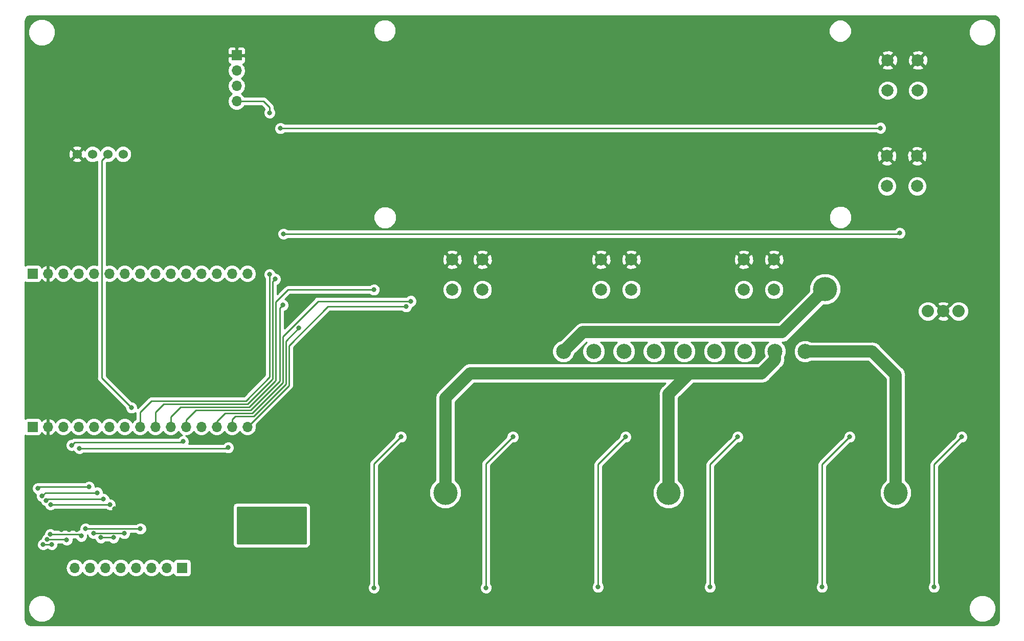
<source format=gbr>
G04 #@! TF.GenerationSoftware,KiCad,Pcbnew,(5.0.2)-1*
G04 #@! TF.CreationDate,2019-02-25T14:42:47-06:00*
G04 #@! TF.ProjectId,OpenThermostat,4f70656e-5468-4657-926d-6f737461742e,rev?*
G04 #@! TF.SameCoordinates,Original*
G04 #@! TF.FileFunction,Copper,L2,Bot*
G04 #@! TF.FilePolarity,Positive*
%FSLAX46Y46*%
G04 Gerber Fmt 4.6, Leading zero omitted, Abs format (unit mm)*
G04 Created by KiCad (PCBNEW (5.0.2)-1) date 2/25/2019 2:42:47 PM*
%MOMM*%
%LPD*%
G01*
G04 APERTURE LIST*
G04 #@! TA.AperFunction,ComponentPad*
%ADD10C,2.500000*%
G04 #@! TD*
G04 #@! TA.AperFunction,ComponentPad*
%ADD11C,2.000000*%
G04 #@! TD*
G04 #@! TA.AperFunction,ComponentPad*
%ADD12O,1.700000X1.700000*%
G04 #@! TD*
G04 #@! TA.AperFunction,ComponentPad*
%ADD13R,1.700000X1.700000*%
G04 #@! TD*
G04 #@! TA.AperFunction,ComponentPad*
%ADD14C,1.524000*%
G04 #@! TD*
G04 #@! TA.AperFunction,ComponentPad*
%ADD15C,2.032000*%
G04 #@! TD*
G04 #@! TA.AperFunction,ViaPad*
%ADD16C,0.800000*%
G04 #@! TD*
G04 #@! TA.AperFunction,ViaPad*
%ADD17C,2.000000*%
G04 #@! TD*
G04 #@! TA.AperFunction,ViaPad*
%ADD18C,1.000000*%
G04 #@! TD*
G04 #@! TA.AperFunction,ViaPad*
%ADD19C,4.000000*%
G04 #@! TD*
G04 #@! TA.AperFunction,Conductor*
%ADD20C,0.254000*%
G04 #@! TD*
G04 #@! TA.AperFunction,Conductor*
%ADD21C,0.250000*%
G04 #@! TD*
G04 #@! TA.AperFunction,Conductor*
%ADD22C,0.508000*%
G04 #@! TD*
G04 #@! TA.AperFunction,Conductor*
%ADD23C,0.762000*%
G04 #@! TD*
G04 #@! TA.AperFunction,Conductor*
%ADD24C,1.016000*%
G04 #@! TD*
G04 #@! TA.AperFunction,Conductor*
%ADD25C,2.000000*%
G04 #@! TD*
G04 APERTURE END LIST*
D10*
G04 #@! TO.P,J4,1*
G04 #@! TO.N,Net-(J4-Pad1)*
X140843000Y-113728500D03*
G04 #@! TO.P,J4,2*
G04 #@! TO.N,Net-(J4-Pad2)*
X145843000Y-113728500D03*
G04 #@! TO.P,J4,3*
G04 #@! TO.N,Net-(J4-Pad3)*
X150843000Y-113728500D03*
G04 #@! TO.P,J4,4*
G04 #@! TO.N,Net-(J4-Pad4)*
X155843000Y-113728500D03*
G04 #@! TO.P,J4,5*
G04 #@! TO.N,Net-(J4-Pad5)*
X160843000Y-113728500D03*
G04 #@! TO.P,J4,6*
G04 #@! TO.N,Net-(J4-Pad6)*
X165843000Y-113728500D03*
G04 #@! TO.P,J4,7*
G04 #@! TO.N,Net-(J4-Pad7)*
X170843000Y-113728500D03*
G04 #@! TO.P,J4,8*
G04 #@! TO.N,/R*
X175843000Y-113728500D03*
G04 #@! TO.P,J4,9*
G04 #@! TO.N,/RC*
X180843000Y-113728500D03*
G04 #@! TD*
D11*
G04 #@! TO.P,SW2,2*
G04 #@! TO.N,GND*
X199504000Y-65468000D03*
X194504000Y-65468000D03*
G04 #@! TO.P,SW2,1*
G04 #@! TO.N,Net-(R5-Pad2)*
X199504000Y-70468000D03*
X194504000Y-70468000D03*
G04 #@! TD*
G04 #@! TO.P,SW3,1*
G04 #@! TO.N,Net-(R6-Pad2)*
X194377000Y-86341000D03*
X199377000Y-86341000D03*
G04 #@! TO.P,SW3,2*
G04 #@! TO.N,GND*
X194377000Y-81341000D03*
X199377000Y-81341000D03*
G04 #@! TD*
G04 #@! TO.P,SW6,1*
G04 #@! TO.N,Net-(R9-Pad2)*
X170688000Y-103505000D03*
X175688000Y-103505000D03*
G04 #@! TO.P,SW6,2*
G04 #@! TO.N,GND*
X170688000Y-98505000D03*
X175688000Y-98505000D03*
G04 #@! TD*
D12*
G04 #@! TO.P,U2,3*
G04 #@! TO.N,Net-(J2-Pad14)*
X86741000Y-72263000D03*
G04 #@! TO.P,U2,4*
G04 #@! TO.N,Net-(J2-Pad11)*
X86741000Y-69723000D03*
G04 #@! TO.P,U2,1*
G04 #@! TO.N,+5V*
X86741000Y-67183000D03*
D13*
G04 #@! TO.P,U2,2*
G04 #@! TO.N,GND*
X86741000Y-64643000D03*
G04 #@! TD*
G04 #@! TO.P,J2,1*
G04 #@! TO.N,Net-(J2-Pad1)*
X52959000Y-126238000D03*
D12*
G04 #@! TO.P,J2,2*
G04 #@! TO.N,GND*
X55499000Y-126238000D03*
G04 #@! TO.P,J2,3*
G04 #@! TO.N,Net-(J2-Pad3)*
X58039000Y-126238000D03*
G04 #@! TO.P,J2,4*
G04 #@! TO.N,Net-(J2-Pad4)*
X60579000Y-126238000D03*
G04 #@! TO.P,J2,5*
G04 #@! TO.N,Net-(J2-Pad5)*
X63119000Y-126238000D03*
G04 #@! TO.P,J2,6*
G04 #@! TO.N,Net-(J2-Pad6)*
X65659000Y-126238000D03*
G04 #@! TO.P,J2,7*
G04 #@! TO.N,Net-(J2-Pad7)*
X68199000Y-126238000D03*
G04 #@! TO.P,J2,8*
G04 #@! TO.N,Net-(J2-Pad8)*
X70739000Y-126238000D03*
G04 #@! TO.P,J2,9*
G04 #@! TO.N,Net-(J2-Pad9)*
X73279000Y-126238000D03*
G04 #@! TO.P,J2,10*
G04 #@! TO.N,Net-(J2-Pad10)*
X75819000Y-126238000D03*
G04 #@! TO.P,J2,11*
G04 #@! TO.N,Net-(J2-Pad11)*
X78359000Y-126238000D03*
G04 #@! TO.P,J2,12*
G04 #@! TO.N,Net-(J2-Pad12)*
X80899000Y-126238000D03*
G04 #@! TO.P,J2,13*
G04 #@! TO.N,Net-(J2-Pad13)*
X83439000Y-126238000D03*
G04 #@! TO.P,J2,14*
G04 #@! TO.N,Net-(J2-Pad14)*
X85979000Y-126238000D03*
G04 #@! TO.P,J2,15*
G04 #@! TO.N,Net-(J2-Pad15)*
X88519000Y-126238000D03*
G04 #@! TD*
G04 #@! TO.P,J3,15*
G04 #@! TO.N,Net-(J3-Pad15)*
X88519000Y-100838000D03*
G04 #@! TO.P,J3,14*
G04 #@! TO.N,Net-(J3-Pad14)*
X85979000Y-100838000D03*
G04 #@! TO.P,J3,13*
G04 #@! TO.N,Net-(J3-Pad13)*
X83439000Y-100838000D03*
G04 #@! TO.P,J3,12*
G04 #@! TO.N,Net-(J3-Pad12)*
X80899000Y-100838000D03*
G04 #@! TO.P,J3,11*
G04 #@! TO.N,Net-(J3-Pad11)*
X78359000Y-100838000D03*
G04 #@! TO.P,J3,10*
G04 #@! TO.N,Net-(J3-Pad10)*
X75819000Y-100838000D03*
G04 #@! TO.P,J3,9*
G04 #@! TO.N,Net-(J3-Pad9)*
X73279000Y-100838000D03*
G04 #@! TO.P,J3,8*
G04 #@! TO.N,Net-(J3-Pad8)*
X70739000Y-100838000D03*
G04 #@! TO.P,J3,7*
G04 #@! TO.N,Net-(J3-Pad7)*
X68199000Y-100838000D03*
G04 #@! TO.P,J3,6*
G04 #@! TO.N,Net-(J3-Pad6)*
X65659000Y-100838000D03*
G04 #@! TO.P,J3,5*
G04 #@! TO.N,Net-(J3-Pad5)*
X63119000Y-100838000D03*
G04 #@! TO.P,J3,4*
G04 #@! TO.N,Net-(J3-Pad4)*
X60579000Y-100838000D03*
G04 #@! TO.P,J3,3*
G04 #@! TO.N,Net-(J3-Pad3)*
X58039000Y-100838000D03*
G04 #@! TO.P,J3,2*
G04 #@! TO.N,GND*
X55499000Y-100838000D03*
D13*
G04 #@! TO.P,J3,1*
G04 #@! TO.N,+5V*
X52959000Y-100838000D03*
G04 #@! TD*
D14*
G04 #@! TO.P,U3,1*
G04 #@! TO.N,+5V*
X67945000Y-81026000D03*
G04 #@! TO.P,U3,2*
G04 #@! TO.N,Net-(J2-Pad12)*
X65405000Y-81026000D03*
G04 #@! TO.P,U3,3*
G04 #@! TO.N,N/C*
X62865000Y-81026000D03*
G04 #@! TO.P,U3,4*
G04 #@! TO.N,GND*
X60325000Y-81026000D03*
G04 #@! TD*
D12*
G04 #@! TO.P,J1,8*
G04 #@! TO.N,Net-(J1-Pad8)*
X59944000Y-149606000D03*
G04 #@! TO.P,J1,7*
G04 #@! TO.N,Net-(J1-Pad7)*
X62484000Y-149606000D03*
G04 #@! TO.P,J1,6*
G04 #@! TO.N,Net-(J1-Pad6)*
X65024000Y-149606000D03*
G04 #@! TO.P,J1,5*
G04 #@! TO.N,Net-(J1-Pad5)*
X67564000Y-149606000D03*
G04 #@! TO.P,J1,4*
G04 #@! TO.N,Net-(J1-Pad4)*
X70104000Y-149606000D03*
G04 #@! TO.P,J1,3*
G04 #@! TO.N,Net-(J1-Pad3)*
X72644000Y-149606000D03*
G04 #@! TO.P,J1,2*
G04 #@! TO.N,Net-(J1-Pad2)*
X75184000Y-149606000D03*
D13*
G04 #@! TO.P,J1,1*
G04 #@! TO.N,Net-(J1-Pad1)*
X77724000Y-149606000D03*
G04 #@! TD*
D11*
G04 #@! TO.P,SW4,2*
G04 #@! TO.N,GND*
X127428000Y-98505000D03*
X122428000Y-98505000D03*
G04 #@! TO.P,SW4,1*
G04 #@! TO.N,Net-(R7-Pad2)*
X127428000Y-103505000D03*
X122428000Y-103505000D03*
G04 #@! TD*
G04 #@! TO.P,SW5,1*
G04 #@! TO.N,Net-(R8-Pad2)*
X147066000Y-103505000D03*
X152066000Y-103505000D03*
G04 #@! TO.P,SW5,2*
G04 #@! TO.N,GND*
X147066000Y-98505000D03*
X152066000Y-98505000D03*
G04 #@! TD*
D15*
G04 #@! TO.P,U11,1*
G04 #@! TO.N,/V+*
X201148000Y-107061000D03*
G04 #@! TO.P,U11,2*
G04 #@! TO.N,GND*
X203698000Y-107061000D03*
G04 #@! TO.P,U11,3*
G04 #@! TO.N,+5V*
X206248000Y-107061000D03*
G04 #@! TD*
D16*
G04 #@! TO.N,Net-(J1-Pad8)*
X62306200Y-136194800D03*
X53873400Y-136423400D03*
G04 #@! TO.N,Net-(J1-Pad7)*
X63627000Y-137160000D03*
X54529284Y-137714284D03*
X54711600Y-145745200D03*
X56134000Y-145745200D03*
G04 #@! TO.N,Net-(J1-Pad6)*
X58610500Y-144970500D03*
X55355902Y-144933160D03*
X55236392Y-138421392D03*
X64706500Y-138239500D03*
G04 #@! TO.N,Net-(J1-Pad5)*
X65786000Y-139128500D03*
X55943500Y-139128500D03*
X55880000Y-144081500D03*
X61023500Y-144335500D03*
G04 #@! TO.N,Net-(J1-Pad3)*
X64262000Y-144583000D03*
X66357500Y-144589500D03*
G04 #@! TO.N,Net-(J1-Pad2)*
X63055500Y-143856000D03*
X68135500Y-143891000D03*
G04 #@! TO.N,Net-(J1-Pad1)*
X61722000Y-143129000D03*
X70802500Y-143129000D03*
G04 #@! TO.N,GND*
X66540277Y-139785059D03*
X60250000Y-143250000D03*
X57750000Y-143250000D03*
X59000000Y-143250000D03*
D17*
X207772000Y-148209000D03*
X152146000Y-148209000D03*
X170688000Y-148209000D03*
X189230000Y-148209000D03*
X133604000Y-148209000D03*
X115062000Y-148209000D03*
X184785000Y-124079000D03*
X203454000Y-124079000D03*
X147828000Y-124079000D03*
X166370000Y-124079000D03*
X129159000Y-124079000D03*
X110617000Y-124079000D03*
D18*
X196850000Y-112776000D03*
D17*
X198247000Y-102616000D03*
D16*
X66446400Y-89560400D03*
G04 #@! TO.N,Net-(J2-Pad3)*
X206756000Y-127889000D03*
X202184000Y-152781000D03*
G04 #@! TO.N,Net-(J2-Pad11)*
X59436000Y-129286000D03*
X77851000Y-128651000D03*
X94361000Y-106045000D03*
G04 #@! TO.N,Net-(J2-Pad14)*
X60706000Y-129794000D03*
X85344000Y-129667000D03*
X92202000Y-74168000D03*
X97028000Y-109855000D03*
G04 #@! TO.N,Net-(J2-Pad8)*
X92202000Y-100965000D03*
X94000000Y-76750000D03*
X193294000Y-76708000D03*
G04 #@! TO.N,Net-(J2-Pad9)*
X93091000Y-101727000D03*
X94500000Y-94250000D03*
X196469000Y-94107000D03*
G04 #@! TO.N,Net-(J2-Pad10)*
X109474000Y-103505000D03*
G04 #@! TO.N,Net-(J2-Pad12)*
X69342000Y-123063000D03*
G04 #@! TO.N,Net-(J2-Pad13)*
X115570000Y-105410000D03*
G04 #@! TO.N,Net-(J2-Pad15)*
X114808000Y-106299000D03*
G04 #@! TO.N,Net-(J3-Pad12)*
X109474000Y-152908000D03*
X113919000Y-127889000D03*
G04 #@! TO.N,Net-(J3-Pad10)*
X128016000Y-152908000D03*
X132461000Y-127889000D03*
G04 #@! TO.N,Net-(J3-Pad8)*
X146558000Y-152781000D03*
X151130000Y-127889000D03*
G04 #@! TO.N,Net-(J3-Pad6)*
X169672000Y-127889000D03*
X165100000Y-152781000D03*
G04 #@! TO.N,Net-(J3-Pad4)*
X188214000Y-127889000D03*
X183642000Y-152781000D03*
D18*
G04 #@! TO.N,+5V*
X88011000Y-144653000D03*
X97028000Y-144653000D03*
X97028000Y-142621000D03*
X88011000Y-142621000D03*
X88011000Y-140589000D03*
X97028000Y-140589000D03*
D19*
G04 #@! TO.N,/R*
X158242000Y-137160000D03*
X121285000Y-137160000D03*
G04 #@! TO.N,/RC*
X195834000Y-137160000D03*
G04 #@! TO.N,Net-(J4-Pad1)*
X184150000Y-103378000D03*
G04 #@! TD*
D20*
G04 #@! TO.N,Net-(J1-Pad8)*
X62306200Y-136194800D02*
X61740515Y-136194800D01*
X61740515Y-136194800D02*
X54102000Y-136194800D01*
X54102000Y-136194800D02*
X53873400Y-136423400D01*
G04 #@! TO.N,Net-(J1-Pad7)*
X63627000Y-137160000D02*
X63061315Y-137160000D01*
X63061315Y-137160000D02*
X55083568Y-137160000D01*
X55083568Y-137160000D02*
X54529284Y-137714284D01*
X54711600Y-145745200D02*
X55277285Y-145745200D01*
X55219600Y-145745200D02*
X56122434Y-145745200D01*
G04 #@! TO.N,Net-(J1-Pad6)*
X58573160Y-144933160D02*
X58610500Y-144970500D01*
X55355902Y-144933160D02*
X58573160Y-144933160D01*
X55418284Y-138239500D02*
X55236392Y-138421392D01*
X64140815Y-138239500D02*
X55418284Y-138239500D01*
X64706500Y-138239500D02*
X64140815Y-138239500D01*
G04 #@! TO.N,Net-(J1-Pad5)*
X65786000Y-139128500D02*
X65220315Y-139128500D01*
X65220315Y-139128500D02*
X55943500Y-139128500D01*
X55880000Y-144081500D02*
X60769500Y-144081500D01*
X60769500Y-144081500D02*
X61023500Y-144335500D01*
G04 #@! TO.N,Net-(J1-Pad3)*
X64262000Y-144583000D02*
X66351000Y-144583000D01*
X66351000Y-144583000D02*
X66357500Y-144589500D01*
G04 #@! TO.N,Net-(J1-Pad2)*
X63055500Y-143856000D02*
X68100500Y-143856000D01*
X68100500Y-143856000D02*
X68135500Y-143891000D01*
G04 #@! TO.N,Net-(J1-Pad1)*
X61722000Y-143129000D02*
X62287685Y-143129000D01*
X62287685Y-143129000D02*
X70802500Y-143129000D01*
D21*
G04 #@! TO.N,GND*
X207772000Y-148209000D02*
X207772000Y-147701000D01*
D22*
X152019000Y-148082000D02*
X152019000Y-147701000D01*
X152146000Y-148209000D02*
X152019000Y-148082000D01*
X170688000Y-148209000D02*
X170688000Y-147701000D01*
X189230000Y-148209000D02*
X189230000Y-147955000D01*
X133604000Y-148209000D02*
X134366000Y-148209000D01*
D20*
X115062000Y-148209000D02*
X116205000Y-148209000D01*
D21*
X184785000Y-124079000D02*
X184785000Y-123825000D01*
D22*
X203200000Y-123825000D02*
X203327000Y-122936000D01*
X203454000Y-124079000D02*
X203200000Y-123825000D01*
D21*
X147828000Y-124079000D02*
X147828000Y-123444000D01*
X129159000Y-124079000D02*
X129286000Y-122936000D01*
D22*
X110236000Y-123698000D02*
X110236000Y-123444000D01*
X110617000Y-124079000D02*
X110236000Y-123698000D01*
D23*
X196850000Y-112776000D02*
X196850000Y-113538000D01*
D24*
X198755000Y-102108000D02*
X199136000Y-102108000D01*
X198247000Y-102616000D02*
X198755000Y-102108000D01*
D21*
G04 #@! TO.N,Net-(J2-Pad3)*
X206756000Y-127889000D02*
X202184000Y-132461000D01*
X202184000Y-132461000D02*
X202184000Y-152781000D01*
G04 #@! TO.N,Net-(J2-Pad11)*
X59436000Y-129286000D02*
X59944000Y-128778000D01*
X59944000Y-128778000D02*
X77470000Y-128778000D01*
X77470000Y-128778000D02*
X77724000Y-128778000D01*
X77724000Y-128778000D02*
X77851000Y-128651000D01*
X93853000Y-106553000D02*
X94361000Y-106045000D01*
X78359000Y-125095000D02*
X80010000Y-123444000D01*
X80010000Y-123444000D02*
X89027000Y-123444000D01*
X89027000Y-123444000D02*
X93599000Y-118872000D01*
X93599000Y-118872000D02*
X93853000Y-118618000D01*
X93853000Y-118618000D02*
X93853000Y-106553000D01*
X78359000Y-125095000D02*
X78359000Y-126238000D01*
G04 #@! TO.N,Net-(J2-Pad14)*
X60706000Y-129794000D02*
X78994000Y-129794000D01*
X78994000Y-129794000D02*
X85217000Y-129794000D01*
X85217000Y-129794000D02*
X85344000Y-129667000D01*
X86741000Y-72263000D02*
X91186000Y-72263000D01*
X91440000Y-72517000D02*
X91186000Y-72263000D01*
X91694000Y-72771000D02*
X91440000Y-72517000D01*
X92202000Y-73279000D02*
X91694000Y-72771000D01*
X92202000Y-74168000D02*
X92202000Y-73279000D01*
X85979000Y-124968000D02*
X85979000Y-126238000D01*
X94869000Y-112014000D02*
X97028000Y-109855000D01*
X94869000Y-118491000D02*
X94869000Y-112014000D01*
X89535000Y-124460000D02*
X94361000Y-119634000D01*
X86487000Y-124460000D02*
X89535000Y-124460000D01*
X85979000Y-124968000D02*
X86487000Y-124460000D01*
X94361000Y-119634000D02*
X94869000Y-119126000D01*
X94869000Y-119126000D02*
X94869000Y-118491000D01*
G04 #@! TO.N,Net-(J2-Pad8)*
X94000000Y-76750000D02*
X149000000Y-76750000D01*
X92202000Y-117983000D02*
X92202000Y-100965000D01*
X70739000Y-123825000D02*
X72644000Y-121920000D01*
X72644000Y-121920000D02*
X88265000Y-121920000D01*
X88265000Y-121920000D02*
X92202000Y-117983000D01*
X70739000Y-126238000D02*
X70739000Y-123825000D01*
X149000000Y-76750000D02*
X187750000Y-76750000D01*
D20*
X187750000Y-76750000D02*
X193252000Y-76750000D01*
X193252000Y-76750000D02*
X193294000Y-76708000D01*
D21*
G04 #@! TO.N,Net-(J2-Pad9)*
X88519000Y-122428000D02*
X92583000Y-118364000D01*
X92710000Y-102108000D02*
X93091000Y-101727000D01*
X92710000Y-118237000D02*
X92710000Y-102108000D01*
X92583000Y-118364000D02*
X92710000Y-118237000D01*
X73279000Y-126238000D02*
X73279000Y-123825000D01*
X73279000Y-123825000D02*
X74676000Y-122428000D01*
X94500000Y-94250000D02*
X195250000Y-94250000D01*
X74676000Y-122428000D02*
X88519000Y-122428000D01*
D20*
X195250000Y-94250000D02*
X196326000Y-94250000D01*
X196326000Y-94250000D02*
X196469000Y-94107000D01*
D21*
G04 #@! TO.N,Net-(J2-Pad10)*
X75819000Y-126238000D02*
X75819000Y-124587000D01*
X95250000Y-103505000D02*
X109474000Y-103505000D01*
X93218000Y-105537000D02*
X95250000Y-103505000D01*
X93218000Y-118491000D02*
X93218000Y-105537000D01*
X93091000Y-118618000D02*
X93218000Y-118491000D01*
X88773000Y-122936000D02*
X93091000Y-118618000D01*
X77470000Y-122936000D02*
X88773000Y-122936000D01*
X75819000Y-124587000D02*
X77470000Y-122936000D01*
G04 #@! TO.N,Net-(J2-Pad12)*
X64389000Y-82042000D02*
X65405000Y-81026000D01*
X64389000Y-96266000D02*
X64389000Y-82042000D01*
X64389000Y-118110000D02*
X64389000Y-96266000D01*
X69342000Y-123063000D02*
X64389000Y-118110000D01*
G04 #@! TO.N,Net-(J2-Pad13)*
X83439000Y-126238000D02*
X83439000Y-125349000D01*
X94361000Y-118872000D02*
X94107000Y-119126000D01*
X94361000Y-111252000D02*
X94361000Y-118872000D01*
X100203000Y-105410000D02*
X94361000Y-111252000D01*
X103886000Y-105410000D02*
X100203000Y-105410000D01*
X115570000Y-105410000D02*
X103886000Y-105410000D01*
X83439000Y-125349000D02*
X84836000Y-123952000D01*
X84836000Y-123952000D02*
X89281000Y-123952000D01*
X89281000Y-123952000D02*
X94107000Y-119126000D01*
G04 #@! TO.N,Net-(J2-Pad15)*
X88519000Y-126238000D02*
X94869000Y-119888000D01*
X94869000Y-119888000D02*
X95377000Y-119380000D01*
X95377000Y-119380000D02*
X95377000Y-112776000D01*
X95377000Y-112776000D02*
X101854000Y-106299000D01*
X101854000Y-106299000D02*
X114808000Y-106299000D01*
G04 #@! TO.N,Net-(J3-Pad12)*
X109474000Y-132334000D02*
X109474000Y-152908000D01*
X113919000Y-127889000D02*
X109474000Y-132334000D01*
G04 #@! TO.N,Net-(J3-Pad10)*
X128016000Y-132334000D02*
X128016000Y-152908000D01*
X132461000Y-127889000D02*
X128016000Y-132334000D01*
G04 #@! TO.N,Net-(J3-Pad8)*
X146558000Y-132461000D02*
X146558000Y-152781000D01*
X151130000Y-127889000D02*
X146558000Y-132461000D01*
G04 #@! TO.N,Net-(J3-Pad6)*
X169672000Y-127889000D02*
X165100000Y-132461000D01*
X165100000Y-132461000D02*
X165100000Y-152781000D01*
G04 #@! TO.N,Net-(J3-Pad4)*
X188214000Y-127889000D02*
X183642000Y-132461000D01*
X183642000Y-132461000D02*
X183642000Y-152781000D01*
D25*
G04 #@! TO.N,/R*
X158242000Y-137160000D02*
X158242000Y-128143000D01*
X161671000Y-117348000D02*
X158242000Y-120777000D01*
X158242000Y-120777000D02*
X158242000Y-128143000D01*
X173609000Y-117348000D02*
X161671000Y-117348000D01*
X175843000Y-115114000D02*
X175843000Y-113728500D01*
X175843000Y-115114000D02*
X173609000Y-117348000D01*
X121285000Y-125349000D02*
X121285000Y-125476000D01*
X121285000Y-125476000D02*
X121285000Y-137160000D01*
X121285000Y-125476000D02*
X121285000Y-121475500D01*
X121285000Y-121475500D02*
X125412500Y-117348000D01*
X125412500Y-117348000D02*
X161671000Y-117348000D01*
G04 #@! TO.N,/RC*
X191960500Y-113728500D02*
X195834000Y-117602000D01*
X180843000Y-113728500D02*
X191960500Y-113728500D01*
X195834000Y-117602000D02*
X195834000Y-137160000D01*
G04 #@! TO.N,Net-(J4-Pad1)*
X183134000Y-104394000D02*
X184150000Y-103378000D01*
X184150000Y-103378000D02*
X184150000Y-103441500D01*
X144018000Y-110553500D02*
X140843000Y-113728500D01*
X177038000Y-110553500D02*
X144018000Y-110553500D01*
X184150000Y-103441500D02*
X177038000Y-110553500D01*
G04 #@! TD*
D20*
G04 #@! TO.N,GND*
G36*
X212358714Y-58143150D02*
X212598451Y-58272506D01*
X212783365Y-58472544D01*
X212899085Y-58734296D01*
X212929000Y-58971100D01*
X212929001Y-157412533D01*
X212929000Y-157412538D01*
X212929000Y-158185382D01*
X212874850Y-158510714D01*
X212745494Y-158750451D01*
X212545456Y-158935365D01*
X212283704Y-159051085D01*
X212046901Y-159081000D01*
X52634618Y-159081000D01*
X52309286Y-159026850D01*
X52069549Y-158897494D01*
X51884635Y-158697456D01*
X51768915Y-158435704D01*
X51739000Y-158198901D01*
X51739000Y-155892431D01*
X52248000Y-155892431D01*
X52248000Y-156781569D01*
X52588259Y-157603026D01*
X53216974Y-158231741D01*
X54038431Y-158572000D01*
X54927569Y-158572000D01*
X55749026Y-158231741D01*
X56377741Y-157603026D01*
X56718000Y-156781569D01*
X56718000Y-155892431D01*
X207950000Y-155892431D01*
X207950000Y-156781569D01*
X208290259Y-157603026D01*
X208918974Y-158231741D01*
X209740431Y-158572000D01*
X210629569Y-158572000D01*
X211451026Y-158231741D01*
X212079741Y-157603026D01*
X212420000Y-156781569D01*
X212420000Y-155892431D01*
X212079741Y-155070974D01*
X211451026Y-154442259D01*
X210629569Y-154102000D01*
X209740431Y-154102000D01*
X208918974Y-154442259D01*
X208290259Y-155070974D01*
X207950000Y-155892431D01*
X56718000Y-155892431D01*
X56377741Y-155070974D01*
X55749026Y-154442259D01*
X54927569Y-154102000D01*
X54038431Y-154102000D01*
X53216974Y-154442259D01*
X52588259Y-155070974D01*
X52248000Y-155892431D01*
X51739000Y-155892431D01*
X51739000Y-152702126D01*
X108439000Y-152702126D01*
X108439000Y-153113874D01*
X108596569Y-153494280D01*
X108887720Y-153785431D01*
X109268126Y-153943000D01*
X109679874Y-153943000D01*
X110060280Y-153785431D01*
X110351431Y-153494280D01*
X110509000Y-153113874D01*
X110509000Y-152702126D01*
X126981000Y-152702126D01*
X126981000Y-153113874D01*
X127138569Y-153494280D01*
X127429720Y-153785431D01*
X127810126Y-153943000D01*
X128221874Y-153943000D01*
X128602280Y-153785431D01*
X128893431Y-153494280D01*
X129051000Y-153113874D01*
X129051000Y-152702126D01*
X128998395Y-152575126D01*
X145523000Y-152575126D01*
X145523000Y-152986874D01*
X145680569Y-153367280D01*
X145971720Y-153658431D01*
X146352126Y-153816000D01*
X146763874Y-153816000D01*
X147144280Y-153658431D01*
X147435431Y-153367280D01*
X147593000Y-152986874D01*
X147593000Y-152575126D01*
X164065000Y-152575126D01*
X164065000Y-152986874D01*
X164222569Y-153367280D01*
X164513720Y-153658431D01*
X164894126Y-153816000D01*
X165305874Y-153816000D01*
X165686280Y-153658431D01*
X165977431Y-153367280D01*
X166135000Y-152986874D01*
X166135000Y-152575126D01*
X182607000Y-152575126D01*
X182607000Y-152986874D01*
X182764569Y-153367280D01*
X183055720Y-153658431D01*
X183436126Y-153816000D01*
X183847874Y-153816000D01*
X184228280Y-153658431D01*
X184519431Y-153367280D01*
X184677000Y-152986874D01*
X184677000Y-152575126D01*
X201149000Y-152575126D01*
X201149000Y-152986874D01*
X201306569Y-153367280D01*
X201597720Y-153658431D01*
X201978126Y-153816000D01*
X202389874Y-153816000D01*
X202770280Y-153658431D01*
X203061431Y-153367280D01*
X203219000Y-152986874D01*
X203219000Y-152575126D01*
X203061431Y-152194720D01*
X202944000Y-152077289D01*
X202944000Y-132775801D01*
X206795803Y-128924000D01*
X206961874Y-128924000D01*
X207342280Y-128766431D01*
X207633431Y-128475280D01*
X207791000Y-128094874D01*
X207791000Y-127683126D01*
X207633431Y-127302720D01*
X207342280Y-127011569D01*
X206961874Y-126854000D01*
X206550126Y-126854000D01*
X206169720Y-127011569D01*
X205878569Y-127302720D01*
X205721000Y-127683126D01*
X205721000Y-127849197D01*
X201699530Y-131870669D01*
X201636071Y-131913071D01*
X201468096Y-132164464D01*
X201424000Y-132386149D01*
X201424000Y-132386153D01*
X201409112Y-132461000D01*
X201424000Y-132535847D01*
X201424001Y-152077288D01*
X201306569Y-152194720D01*
X201149000Y-152575126D01*
X184677000Y-152575126D01*
X184519431Y-152194720D01*
X184402000Y-152077289D01*
X184402000Y-132775801D01*
X188253803Y-128924000D01*
X188419874Y-128924000D01*
X188800280Y-128766431D01*
X189091431Y-128475280D01*
X189249000Y-128094874D01*
X189249000Y-127683126D01*
X189091431Y-127302720D01*
X188800280Y-127011569D01*
X188419874Y-126854000D01*
X188008126Y-126854000D01*
X187627720Y-127011569D01*
X187336569Y-127302720D01*
X187179000Y-127683126D01*
X187179000Y-127849197D01*
X183157530Y-131870669D01*
X183094071Y-131913071D01*
X182926096Y-132164464D01*
X182882000Y-132386149D01*
X182882000Y-132386153D01*
X182867112Y-132461000D01*
X182882000Y-132535847D01*
X182882001Y-152077288D01*
X182764569Y-152194720D01*
X182607000Y-152575126D01*
X166135000Y-152575126D01*
X165977431Y-152194720D01*
X165860000Y-152077289D01*
X165860000Y-132775801D01*
X169711803Y-128924000D01*
X169877874Y-128924000D01*
X170258280Y-128766431D01*
X170549431Y-128475280D01*
X170707000Y-128094874D01*
X170707000Y-127683126D01*
X170549431Y-127302720D01*
X170258280Y-127011569D01*
X169877874Y-126854000D01*
X169466126Y-126854000D01*
X169085720Y-127011569D01*
X168794569Y-127302720D01*
X168637000Y-127683126D01*
X168637000Y-127849197D01*
X164615530Y-131870669D01*
X164552071Y-131913071D01*
X164384096Y-132164464D01*
X164340000Y-132386149D01*
X164340000Y-132386153D01*
X164325112Y-132461000D01*
X164340000Y-132535847D01*
X164340001Y-152077288D01*
X164222569Y-152194720D01*
X164065000Y-152575126D01*
X147593000Y-152575126D01*
X147435431Y-152194720D01*
X147318000Y-152077289D01*
X147318000Y-132775801D01*
X151169803Y-128924000D01*
X151335874Y-128924000D01*
X151716280Y-128766431D01*
X152007431Y-128475280D01*
X152165000Y-128094874D01*
X152165000Y-127683126D01*
X152007431Y-127302720D01*
X151716280Y-127011569D01*
X151335874Y-126854000D01*
X150924126Y-126854000D01*
X150543720Y-127011569D01*
X150252569Y-127302720D01*
X150095000Y-127683126D01*
X150095000Y-127849197D01*
X146073530Y-131870669D01*
X146010071Y-131913071D01*
X145842096Y-132164464D01*
X145798000Y-132386149D01*
X145798000Y-132386153D01*
X145783112Y-132461000D01*
X145798000Y-132535847D01*
X145798001Y-152077288D01*
X145680569Y-152194720D01*
X145523000Y-152575126D01*
X128998395Y-152575126D01*
X128893431Y-152321720D01*
X128776000Y-152204289D01*
X128776000Y-132648801D01*
X132500802Y-128924000D01*
X132666874Y-128924000D01*
X133047280Y-128766431D01*
X133338431Y-128475280D01*
X133496000Y-128094874D01*
X133496000Y-127683126D01*
X133338431Y-127302720D01*
X133047280Y-127011569D01*
X132666874Y-126854000D01*
X132255126Y-126854000D01*
X131874720Y-127011569D01*
X131583569Y-127302720D01*
X131426000Y-127683126D01*
X131426000Y-127849198D01*
X127531530Y-131743669D01*
X127468071Y-131786071D01*
X127300096Y-132037464D01*
X127256000Y-132259149D01*
X127256000Y-132259153D01*
X127241112Y-132334000D01*
X127256000Y-132408847D01*
X127256001Y-152204288D01*
X127138569Y-152321720D01*
X126981000Y-152702126D01*
X110509000Y-152702126D01*
X110351431Y-152321720D01*
X110234000Y-152204289D01*
X110234000Y-136635866D01*
X118650000Y-136635866D01*
X118650000Y-137684134D01*
X119051155Y-138652608D01*
X119792392Y-139393845D01*
X120760866Y-139795000D01*
X121809134Y-139795000D01*
X122777608Y-139393845D01*
X123518845Y-138652608D01*
X123920000Y-137684134D01*
X123920000Y-136635866D01*
X123518845Y-135667392D01*
X122920000Y-135068547D01*
X122920000Y-122152738D01*
X126089739Y-118983000D01*
X157723762Y-118983000D01*
X157199750Y-119507012D01*
X157063231Y-119598231D01*
X156701864Y-120139056D01*
X156609400Y-120603903D01*
X156574969Y-120777000D01*
X156607000Y-120938030D01*
X156607001Y-127981969D01*
X156607000Y-135068547D01*
X156008155Y-135667392D01*
X155607000Y-136635866D01*
X155607000Y-137684134D01*
X156008155Y-138652608D01*
X156749392Y-139393845D01*
X157717866Y-139795000D01*
X158766134Y-139795000D01*
X159734608Y-139393845D01*
X160475845Y-138652608D01*
X160877000Y-137684134D01*
X160877000Y-136635866D01*
X160475845Y-135667392D01*
X159877000Y-135068547D01*
X159877000Y-121454238D01*
X162348239Y-118983000D01*
X173447970Y-118983000D01*
X173609000Y-119015031D01*
X173770030Y-118983000D01*
X173770031Y-118983000D01*
X174246945Y-118888136D01*
X174787769Y-118526769D01*
X174878988Y-118390250D01*
X176885253Y-116383986D01*
X177021769Y-116292769D01*
X177383136Y-115751945D01*
X177478000Y-115275031D01*
X177478000Y-115275030D01*
X177510031Y-115114001D01*
X177478000Y-114952971D01*
X177478000Y-114707004D01*
X177728000Y-114103450D01*
X177728000Y-113353550D01*
X178958000Y-113353550D01*
X178958000Y-114103450D01*
X179244974Y-114796267D01*
X179775233Y-115326526D01*
X180468050Y-115613500D01*
X181217950Y-115613500D01*
X181821504Y-115363500D01*
X191283262Y-115363500D01*
X194199000Y-118279239D01*
X194199001Y-135068546D01*
X193600155Y-135667392D01*
X193199000Y-136635866D01*
X193199000Y-137684134D01*
X193600155Y-138652608D01*
X194341392Y-139393845D01*
X195309866Y-139795000D01*
X196358134Y-139795000D01*
X197326608Y-139393845D01*
X198067845Y-138652608D01*
X198469000Y-137684134D01*
X198469000Y-136635866D01*
X198067845Y-135667392D01*
X197469000Y-135068547D01*
X197469000Y-117763025D01*
X197501030Y-117601999D01*
X197469000Y-117440973D01*
X197469000Y-117440969D01*
X197374136Y-116964055D01*
X197012769Y-116423231D01*
X196876253Y-116332014D01*
X193230488Y-112686250D01*
X193139269Y-112549731D01*
X192598445Y-112188364D01*
X192121531Y-112093500D01*
X192121530Y-112093500D01*
X191960500Y-112061469D01*
X191799470Y-112093500D01*
X181821504Y-112093500D01*
X181217950Y-111843500D01*
X180468050Y-111843500D01*
X179775233Y-112130474D01*
X179244974Y-112660733D01*
X178958000Y-113353550D01*
X177728000Y-113353550D01*
X177441026Y-112660733D01*
X176991593Y-112211300D01*
X177038000Y-112220531D01*
X177199030Y-112188500D01*
X177199031Y-112188500D01*
X177675945Y-112093636D01*
X178216769Y-111732269D01*
X178307988Y-111595750D01*
X183171142Y-106732596D01*
X199497000Y-106732596D01*
X199497000Y-107389404D01*
X199748350Y-107996216D01*
X200212784Y-108460650D01*
X200819596Y-108712000D01*
X201476404Y-108712000D01*
X202083216Y-108460650D01*
X202318759Y-108225107D01*
X202713498Y-108225107D01*
X202814120Y-108493622D01*
X203429642Y-108722816D01*
X204086019Y-108699014D01*
X204581880Y-108493622D01*
X204682502Y-108225107D01*
X203698000Y-107240605D01*
X202713498Y-108225107D01*
X202318759Y-108225107D01*
X202508049Y-108035817D01*
X202533893Y-108045502D01*
X203518395Y-107061000D01*
X203877605Y-107061000D01*
X204862107Y-108045502D01*
X204887951Y-108035817D01*
X205312784Y-108460650D01*
X205919596Y-108712000D01*
X206576404Y-108712000D01*
X207183216Y-108460650D01*
X207647650Y-107996216D01*
X207899000Y-107389404D01*
X207899000Y-106732596D01*
X207647650Y-106125784D01*
X207183216Y-105661350D01*
X206576404Y-105410000D01*
X205919596Y-105410000D01*
X205312784Y-105661350D01*
X204887951Y-106086183D01*
X204862107Y-106076498D01*
X203877605Y-107061000D01*
X203518395Y-107061000D01*
X202533893Y-106076498D01*
X202508049Y-106086183D01*
X202318759Y-105896893D01*
X202713498Y-105896893D01*
X203698000Y-106881395D01*
X204682502Y-105896893D01*
X204581880Y-105628378D01*
X203966358Y-105399184D01*
X203309981Y-105422986D01*
X202814120Y-105628378D01*
X202713498Y-105896893D01*
X202318759Y-105896893D01*
X202083216Y-105661350D01*
X201476404Y-105410000D01*
X200819596Y-105410000D01*
X200212784Y-105661350D01*
X199748350Y-106125784D01*
X199497000Y-106732596D01*
X183171142Y-106732596D01*
X183890739Y-106013000D01*
X184674134Y-106013000D01*
X185642608Y-105611845D01*
X186383845Y-104870608D01*
X186785000Y-103902134D01*
X186785000Y-102853866D01*
X186383845Y-101885392D01*
X185642608Y-101144155D01*
X184674134Y-100743000D01*
X183625866Y-100743000D01*
X182657392Y-101144155D01*
X181916155Y-101885392D01*
X181515000Y-102853866D01*
X181515000Y-103764261D01*
X176360762Y-108918500D01*
X144179029Y-108918500D01*
X144017999Y-108886469D01*
X143856969Y-108918500D01*
X143380055Y-109013364D01*
X142839231Y-109374731D01*
X142748014Y-109511247D01*
X140378788Y-111880473D01*
X139775233Y-112130474D01*
X139244974Y-112660733D01*
X138958000Y-113353550D01*
X138958000Y-114103450D01*
X139244974Y-114796267D01*
X139775233Y-115326526D01*
X140468050Y-115613500D01*
X141217950Y-115613500D01*
X141910767Y-115326526D01*
X142441026Y-114796267D01*
X142691027Y-114192712D01*
X144695239Y-112188500D01*
X144717207Y-112188500D01*
X144244974Y-112660733D01*
X143958000Y-113353550D01*
X143958000Y-114103450D01*
X144244974Y-114796267D01*
X144775233Y-115326526D01*
X145468050Y-115613500D01*
X146217950Y-115613500D01*
X146910767Y-115326526D01*
X147441026Y-114796267D01*
X147728000Y-114103450D01*
X147728000Y-113353550D01*
X147441026Y-112660733D01*
X146968793Y-112188500D01*
X149717207Y-112188500D01*
X149244974Y-112660733D01*
X148958000Y-113353550D01*
X148958000Y-114103450D01*
X149244974Y-114796267D01*
X149775233Y-115326526D01*
X150468050Y-115613500D01*
X151217950Y-115613500D01*
X151910767Y-115326526D01*
X152441026Y-114796267D01*
X152728000Y-114103450D01*
X152728000Y-113353550D01*
X152441026Y-112660733D01*
X151968793Y-112188500D01*
X154717207Y-112188500D01*
X154244974Y-112660733D01*
X153958000Y-113353550D01*
X153958000Y-114103450D01*
X154244974Y-114796267D01*
X154775233Y-115326526D01*
X155468050Y-115613500D01*
X156217950Y-115613500D01*
X156910767Y-115326526D01*
X157441026Y-114796267D01*
X157728000Y-114103450D01*
X157728000Y-113353550D01*
X157441026Y-112660733D01*
X156968793Y-112188500D01*
X159717207Y-112188500D01*
X159244974Y-112660733D01*
X158958000Y-113353550D01*
X158958000Y-114103450D01*
X159244974Y-114796267D01*
X159775233Y-115326526D01*
X160468050Y-115613500D01*
X161217950Y-115613500D01*
X161910767Y-115326526D01*
X162441026Y-114796267D01*
X162728000Y-114103450D01*
X162728000Y-113353550D01*
X162441026Y-112660733D01*
X161968793Y-112188500D01*
X164717207Y-112188500D01*
X164244974Y-112660733D01*
X163958000Y-113353550D01*
X163958000Y-114103450D01*
X164244974Y-114796267D01*
X164775233Y-115326526D01*
X165468050Y-115613500D01*
X166217950Y-115613500D01*
X166910767Y-115326526D01*
X167441026Y-114796267D01*
X167728000Y-114103450D01*
X167728000Y-113353550D01*
X167441026Y-112660733D01*
X166968793Y-112188500D01*
X169717207Y-112188500D01*
X169244974Y-112660733D01*
X168958000Y-113353550D01*
X168958000Y-114103450D01*
X169244974Y-114796267D01*
X169775233Y-115326526D01*
X170468050Y-115613500D01*
X171217950Y-115613500D01*
X171910767Y-115326526D01*
X172441026Y-114796267D01*
X172728000Y-114103450D01*
X172728000Y-113353550D01*
X172441026Y-112660733D01*
X171968793Y-112188500D01*
X174717207Y-112188500D01*
X174244974Y-112660733D01*
X173958000Y-113353550D01*
X173958000Y-114103450D01*
X174128848Y-114515913D01*
X172931762Y-115713000D01*
X161832025Y-115713000D01*
X161670999Y-115680970D01*
X161509973Y-115713000D01*
X125573525Y-115713000D01*
X125412499Y-115680970D01*
X125251473Y-115713000D01*
X125251469Y-115713000D01*
X124774555Y-115807864D01*
X124233731Y-116169231D01*
X124142514Y-116305747D01*
X120242748Y-120205514D01*
X120106232Y-120296731D01*
X120015015Y-120433247D01*
X119744865Y-120837555D01*
X119617969Y-121475500D01*
X119650001Y-121636534D01*
X119650000Y-125187969D01*
X119650000Y-125314970D01*
X119650001Y-135068546D01*
X119051155Y-135667392D01*
X118650000Y-136635866D01*
X110234000Y-136635866D01*
X110234000Y-132648801D01*
X113958802Y-128924000D01*
X114124874Y-128924000D01*
X114505280Y-128766431D01*
X114796431Y-128475280D01*
X114954000Y-128094874D01*
X114954000Y-127683126D01*
X114796431Y-127302720D01*
X114505280Y-127011569D01*
X114124874Y-126854000D01*
X113713126Y-126854000D01*
X113332720Y-127011569D01*
X113041569Y-127302720D01*
X112884000Y-127683126D01*
X112884000Y-127849198D01*
X108989530Y-131743669D01*
X108926071Y-131786071D01*
X108758096Y-132037464D01*
X108714000Y-132259149D01*
X108714000Y-132259153D01*
X108699112Y-132334000D01*
X108714000Y-132408847D01*
X108714001Y-152204288D01*
X108596569Y-152321720D01*
X108439000Y-152702126D01*
X51739000Y-152702126D01*
X51739000Y-149606000D01*
X58429908Y-149606000D01*
X58545161Y-150185418D01*
X58873375Y-150676625D01*
X59364582Y-151004839D01*
X59797744Y-151091000D01*
X60090256Y-151091000D01*
X60523418Y-151004839D01*
X61014625Y-150676625D01*
X61214000Y-150378239D01*
X61413375Y-150676625D01*
X61904582Y-151004839D01*
X62337744Y-151091000D01*
X62630256Y-151091000D01*
X63063418Y-151004839D01*
X63554625Y-150676625D01*
X63754000Y-150378239D01*
X63953375Y-150676625D01*
X64444582Y-151004839D01*
X64877744Y-151091000D01*
X65170256Y-151091000D01*
X65603418Y-151004839D01*
X66094625Y-150676625D01*
X66294000Y-150378239D01*
X66493375Y-150676625D01*
X66984582Y-151004839D01*
X67417744Y-151091000D01*
X67710256Y-151091000D01*
X68143418Y-151004839D01*
X68634625Y-150676625D01*
X68834000Y-150378239D01*
X69033375Y-150676625D01*
X69524582Y-151004839D01*
X69957744Y-151091000D01*
X70250256Y-151091000D01*
X70683418Y-151004839D01*
X71174625Y-150676625D01*
X71374000Y-150378239D01*
X71573375Y-150676625D01*
X72064582Y-151004839D01*
X72497744Y-151091000D01*
X72790256Y-151091000D01*
X73223418Y-151004839D01*
X73714625Y-150676625D01*
X73914000Y-150378239D01*
X74113375Y-150676625D01*
X74604582Y-151004839D01*
X75037744Y-151091000D01*
X75330256Y-151091000D01*
X75763418Y-151004839D01*
X76254625Y-150676625D01*
X76266816Y-150658381D01*
X76275843Y-150703765D01*
X76416191Y-150913809D01*
X76626235Y-151054157D01*
X76874000Y-151103440D01*
X78574000Y-151103440D01*
X78821765Y-151054157D01*
X79031809Y-150913809D01*
X79172157Y-150703765D01*
X79221440Y-150456000D01*
X79221440Y-148756000D01*
X79172157Y-148508235D01*
X79031809Y-148298191D01*
X78821765Y-148157843D01*
X78574000Y-148108560D01*
X76874000Y-148108560D01*
X76626235Y-148157843D01*
X76416191Y-148298191D01*
X76275843Y-148508235D01*
X76266816Y-148553619D01*
X76254625Y-148535375D01*
X75763418Y-148207161D01*
X75330256Y-148121000D01*
X75037744Y-148121000D01*
X74604582Y-148207161D01*
X74113375Y-148535375D01*
X73914000Y-148833761D01*
X73714625Y-148535375D01*
X73223418Y-148207161D01*
X72790256Y-148121000D01*
X72497744Y-148121000D01*
X72064582Y-148207161D01*
X71573375Y-148535375D01*
X71374000Y-148833761D01*
X71174625Y-148535375D01*
X70683418Y-148207161D01*
X70250256Y-148121000D01*
X69957744Y-148121000D01*
X69524582Y-148207161D01*
X69033375Y-148535375D01*
X68834000Y-148833761D01*
X68634625Y-148535375D01*
X68143418Y-148207161D01*
X67710256Y-148121000D01*
X67417744Y-148121000D01*
X66984582Y-148207161D01*
X66493375Y-148535375D01*
X66294000Y-148833761D01*
X66094625Y-148535375D01*
X65603418Y-148207161D01*
X65170256Y-148121000D01*
X64877744Y-148121000D01*
X64444582Y-148207161D01*
X63953375Y-148535375D01*
X63754000Y-148833761D01*
X63554625Y-148535375D01*
X63063418Y-148207161D01*
X62630256Y-148121000D01*
X62337744Y-148121000D01*
X61904582Y-148207161D01*
X61413375Y-148535375D01*
X61214000Y-148833761D01*
X61014625Y-148535375D01*
X60523418Y-148207161D01*
X60090256Y-148121000D01*
X59797744Y-148121000D01*
X59364582Y-148207161D01*
X58873375Y-148535375D01*
X58545161Y-149026582D01*
X58429908Y-149606000D01*
X51739000Y-149606000D01*
X51739000Y-145539326D01*
X53676600Y-145539326D01*
X53676600Y-145951074D01*
X53834169Y-146331480D01*
X54125320Y-146622631D01*
X54505726Y-146780200D01*
X54917474Y-146780200D01*
X55297880Y-146622631D01*
X55413311Y-146507200D01*
X55432289Y-146507200D01*
X55547720Y-146622631D01*
X55928126Y-146780200D01*
X56339874Y-146780200D01*
X56720280Y-146622631D01*
X57011431Y-146331480D01*
X57169000Y-145951074D01*
X57169000Y-145695160D01*
X57871449Y-145695160D01*
X58024220Y-145847931D01*
X58404626Y-146005500D01*
X58816374Y-146005500D01*
X59196780Y-145847931D01*
X59487931Y-145556780D01*
X59645500Y-145176374D01*
X59645500Y-144843500D01*
X60113644Y-144843500D01*
X60146069Y-144921780D01*
X60437220Y-145212931D01*
X60817626Y-145370500D01*
X61229374Y-145370500D01*
X61609780Y-145212931D01*
X61900931Y-144921780D01*
X62058500Y-144541374D01*
X62058500Y-144153614D01*
X62178069Y-144442280D01*
X62469220Y-144733431D01*
X62849626Y-144891000D01*
X63261374Y-144891000D01*
X63268141Y-144888197D01*
X63384569Y-145169280D01*
X63675720Y-145460431D01*
X64056126Y-145618000D01*
X64467874Y-145618000D01*
X64848280Y-145460431D01*
X64963711Y-145345000D01*
X65649289Y-145345000D01*
X65771220Y-145466931D01*
X66151626Y-145624500D01*
X66563374Y-145624500D01*
X66943780Y-145466931D01*
X67234931Y-145175780D01*
X67392500Y-144795374D01*
X67392500Y-144618000D01*
X67398789Y-144618000D01*
X67549220Y-144768431D01*
X67929626Y-144926000D01*
X68341374Y-144926000D01*
X68721780Y-144768431D01*
X69012931Y-144477280D01*
X69170500Y-144096874D01*
X69170500Y-143891000D01*
X70100789Y-143891000D01*
X70216220Y-144006431D01*
X70596626Y-144164000D01*
X71008374Y-144164000D01*
X71388780Y-144006431D01*
X71679931Y-143715280D01*
X71837500Y-143334874D01*
X71837500Y-142923126D01*
X71679931Y-142542720D01*
X71388780Y-142251569D01*
X71008374Y-142094000D01*
X70596626Y-142094000D01*
X70216220Y-142251569D01*
X70100789Y-142367000D01*
X62423711Y-142367000D01*
X62308280Y-142251569D01*
X61927874Y-142094000D01*
X61516126Y-142094000D01*
X61135720Y-142251569D01*
X60844569Y-142542720D01*
X60687000Y-142923126D01*
X60687000Y-143319500D01*
X56581711Y-143319500D01*
X56466280Y-143204069D01*
X56085874Y-143046500D01*
X55674126Y-143046500D01*
X55293720Y-143204069D01*
X55002569Y-143495220D01*
X54845000Y-143875626D01*
X54845000Y-144024506D01*
X54769622Y-144055729D01*
X54478471Y-144346880D01*
X54320902Y-144727286D01*
X54320902Y-144786756D01*
X54125320Y-144867769D01*
X53834169Y-145158920D01*
X53676600Y-145539326D01*
X51739000Y-145539326D01*
X51739000Y-136217526D01*
X52838400Y-136217526D01*
X52838400Y-136629274D01*
X52995969Y-137009680D01*
X53287120Y-137300831D01*
X53537336Y-137404474D01*
X53494284Y-137508410D01*
X53494284Y-137920158D01*
X53651853Y-138300564D01*
X53943004Y-138591715D01*
X54237130Y-138713546D01*
X54358961Y-139007672D01*
X54650112Y-139298823D01*
X54944238Y-139420654D01*
X55066069Y-139714780D01*
X55357220Y-140005931D01*
X55737626Y-140163500D01*
X56149374Y-140163500D01*
X56529780Y-140005931D01*
X56645211Y-139890500D01*
X65084289Y-139890500D01*
X65199720Y-140005931D01*
X65580126Y-140163500D01*
X65991874Y-140163500D01*
X66372280Y-140005931D01*
X66663431Y-139714780D01*
X66774763Y-139446000D01*
X86106000Y-139446000D01*
X86106000Y-145669000D01*
X86154336Y-145912004D01*
X86291987Y-146118013D01*
X86497996Y-146255664D01*
X86741000Y-146304000D01*
X98298000Y-146304000D01*
X98541004Y-146255664D01*
X98747013Y-146118013D01*
X98884664Y-145912004D01*
X98933000Y-145669000D01*
X98933000Y-139446000D01*
X98884664Y-139202996D01*
X98747013Y-138996987D01*
X98541004Y-138859336D01*
X98298000Y-138811000D01*
X86741000Y-138811000D01*
X86497996Y-138859336D01*
X86291987Y-138996987D01*
X86154336Y-139202996D01*
X86106000Y-139446000D01*
X66774763Y-139446000D01*
X66821000Y-139334374D01*
X66821000Y-138922626D01*
X66663431Y-138542220D01*
X66372280Y-138251069D01*
X65991874Y-138093500D01*
X65741500Y-138093500D01*
X65741500Y-138033626D01*
X65583931Y-137653220D01*
X65292780Y-137362069D01*
X64912374Y-137204500D01*
X64662000Y-137204500D01*
X64662000Y-136954126D01*
X64504431Y-136573720D01*
X64213280Y-136282569D01*
X63832874Y-136125000D01*
X63421126Y-136125000D01*
X63341200Y-136158106D01*
X63341200Y-135988926D01*
X63183631Y-135608520D01*
X62892480Y-135317369D01*
X62512074Y-135159800D01*
X62100326Y-135159800D01*
X61719920Y-135317369D01*
X61604489Y-135432800D01*
X54186465Y-135432800D01*
X54079274Y-135388400D01*
X53667526Y-135388400D01*
X53287120Y-135545969D01*
X52995969Y-135837120D01*
X52838400Y-136217526D01*
X51739000Y-136217526D01*
X51739000Y-127604482D01*
X51861235Y-127686157D01*
X52109000Y-127735440D01*
X53809000Y-127735440D01*
X54056765Y-127686157D01*
X54266809Y-127545809D01*
X54407157Y-127335765D01*
X54427739Y-127232292D01*
X54732076Y-127509645D01*
X55142110Y-127679476D01*
X55372000Y-127558155D01*
X55372000Y-126365000D01*
X55352000Y-126365000D01*
X55352000Y-126111000D01*
X55372000Y-126111000D01*
X55372000Y-124917845D01*
X55142110Y-124796524D01*
X54732076Y-124966355D01*
X54427739Y-125243708D01*
X54407157Y-125140235D01*
X54266809Y-124930191D01*
X54056765Y-124789843D01*
X53809000Y-124740560D01*
X52109000Y-124740560D01*
X51861235Y-124789843D01*
X51739000Y-124871518D01*
X51739000Y-102204482D01*
X51861235Y-102286157D01*
X52109000Y-102335440D01*
X53809000Y-102335440D01*
X54056765Y-102286157D01*
X54266809Y-102145809D01*
X54407157Y-101935765D01*
X54427739Y-101832292D01*
X54732076Y-102109645D01*
X55142110Y-102279476D01*
X55372000Y-102158155D01*
X55372000Y-100965000D01*
X55352000Y-100965000D01*
X55352000Y-100711000D01*
X55372000Y-100711000D01*
X55372000Y-99517845D01*
X55626000Y-99517845D01*
X55626000Y-100711000D01*
X55646000Y-100711000D01*
X55646000Y-100965000D01*
X55626000Y-100965000D01*
X55626000Y-102158155D01*
X55855890Y-102279476D01*
X56265924Y-102109645D01*
X56694183Y-101719358D01*
X56755157Y-101589522D01*
X56968375Y-101908625D01*
X57459582Y-102236839D01*
X57892744Y-102323000D01*
X58185256Y-102323000D01*
X58618418Y-102236839D01*
X59109625Y-101908625D01*
X59309000Y-101610239D01*
X59508375Y-101908625D01*
X59999582Y-102236839D01*
X60432744Y-102323000D01*
X60725256Y-102323000D01*
X61158418Y-102236839D01*
X61649625Y-101908625D01*
X61849000Y-101610239D01*
X62048375Y-101908625D01*
X62539582Y-102236839D01*
X62972744Y-102323000D01*
X63265256Y-102323000D01*
X63629001Y-102250647D01*
X63629000Y-118035153D01*
X63614112Y-118110000D01*
X63629000Y-118184847D01*
X63629000Y-118184851D01*
X63673096Y-118406536D01*
X63841071Y-118657929D01*
X63904530Y-118700331D01*
X68307000Y-123102802D01*
X68307000Y-123268874D01*
X68464569Y-123649280D01*
X68755720Y-123940431D01*
X69136126Y-124098000D01*
X69547874Y-124098000D01*
X69928280Y-123940431D01*
X69977318Y-123891393D01*
X69979001Y-123899852D01*
X69979001Y-124959822D01*
X69668375Y-125167375D01*
X69469000Y-125465761D01*
X69269625Y-125167375D01*
X68778418Y-124839161D01*
X68345256Y-124753000D01*
X68052744Y-124753000D01*
X67619582Y-124839161D01*
X67128375Y-125167375D01*
X66929000Y-125465761D01*
X66729625Y-125167375D01*
X66238418Y-124839161D01*
X65805256Y-124753000D01*
X65512744Y-124753000D01*
X65079582Y-124839161D01*
X64588375Y-125167375D01*
X64389000Y-125465761D01*
X64189625Y-125167375D01*
X63698418Y-124839161D01*
X63265256Y-124753000D01*
X62972744Y-124753000D01*
X62539582Y-124839161D01*
X62048375Y-125167375D01*
X61849000Y-125465761D01*
X61649625Y-125167375D01*
X61158418Y-124839161D01*
X60725256Y-124753000D01*
X60432744Y-124753000D01*
X59999582Y-124839161D01*
X59508375Y-125167375D01*
X59309000Y-125465761D01*
X59109625Y-125167375D01*
X58618418Y-124839161D01*
X58185256Y-124753000D01*
X57892744Y-124753000D01*
X57459582Y-124839161D01*
X56968375Y-125167375D01*
X56755157Y-125486478D01*
X56694183Y-125356642D01*
X56265924Y-124966355D01*
X55855890Y-124796524D01*
X55626000Y-124917845D01*
X55626000Y-126111000D01*
X55646000Y-126111000D01*
X55646000Y-126365000D01*
X55626000Y-126365000D01*
X55626000Y-127558155D01*
X55855890Y-127679476D01*
X56265924Y-127509645D01*
X56694183Y-127119358D01*
X56755157Y-126989522D01*
X56968375Y-127308625D01*
X57459582Y-127636839D01*
X57892744Y-127723000D01*
X58185256Y-127723000D01*
X58618418Y-127636839D01*
X59109625Y-127308625D01*
X59309000Y-127010239D01*
X59508375Y-127308625D01*
X59999582Y-127636839D01*
X60432744Y-127723000D01*
X60725256Y-127723000D01*
X61158418Y-127636839D01*
X61649625Y-127308625D01*
X61849000Y-127010239D01*
X62048375Y-127308625D01*
X62539582Y-127636839D01*
X62972744Y-127723000D01*
X63265256Y-127723000D01*
X63698418Y-127636839D01*
X64189625Y-127308625D01*
X64389000Y-127010239D01*
X64588375Y-127308625D01*
X65079582Y-127636839D01*
X65512744Y-127723000D01*
X65805256Y-127723000D01*
X66238418Y-127636839D01*
X66729625Y-127308625D01*
X66929000Y-127010239D01*
X67128375Y-127308625D01*
X67619582Y-127636839D01*
X68052744Y-127723000D01*
X68345256Y-127723000D01*
X68778418Y-127636839D01*
X69269625Y-127308625D01*
X69469000Y-127010239D01*
X69668375Y-127308625D01*
X70159582Y-127636839D01*
X70592744Y-127723000D01*
X70885256Y-127723000D01*
X71318418Y-127636839D01*
X71809625Y-127308625D01*
X72009000Y-127010239D01*
X72208375Y-127308625D01*
X72699582Y-127636839D01*
X73132744Y-127723000D01*
X73425256Y-127723000D01*
X73858418Y-127636839D01*
X74349625Y-127308625D01*
X74549000Y-127010239D01*
X74748375Y-127308625D01*
X75239582Y-127636839D01*
X75672744Y-127723000D01*
X75965256Y-127723000D01*
X76398418Y-127636839D01*
X76889625Y-127308625D01*
X77089000Y-127010239D01*
X77288375Y-127308625D01*
X77748394Y-127616000D01*
X77645126Y-127616000D01*
X77264720Y-127773569D01*
X77020289Y-128018000D01*
X60018846Y-128018000D01*
X59943999Y-128003112D01*
X59869152Y-128018000D01*
X59869148Y-128018000D01*
X59647463Y-128062096D01*
X59647461Y-128062097D01*
X59647462Y-128062097D01*
X59459526Y-128187671D01*
X59459524Y-128187673D01*
X59396071Y-128230071D01*
X59382087Y-128251000D01*
X59230126Y-128251000D01*
X58849720Y-128408569D01*
X58558569Y-128699720D01*
X58401000Y-129080126D01*
X58401000Y-129491874D01*
X58558569Y-129872280D01*
X58849720Y-130163431D01*
X59230126Y-130321000D01*
X59641874Y-130321000D01*
X59780270Y-130263675D01*
X59828569Y-130380280D01*
X60119720Y-130671431D01*
X60500126Y-130829000D01*
X60911874Y-130829000D01*
X61292280Y-130671431D01*
X61409711Y-130554000D01*
X84780822Y-130554000D01*
X85138126Y-130702000D01*
X85549874Y-130702000D01*
X85930280Y-130544431D01*
X86221431Y-130253280D01*
X86379000Y-129872874D01*
X86379000Y-129461126D01*
X86221431Y-129080720D01*
X85930280Y-128789569D01*
X85549874Y-128632000D01*
X85138126Y-128632000D01*
X84757720Y-128789569D01*
X84513289Y-129034000D01*
X78812632Y-129034000D01*
X78886000Y-128856874D01*
X78886000Y-128445126D01*
X78728431Y-128064720D01*
X78437280Y-127773569D01*
X78315195Y-127723000D01*
X78505256Y-127723000D01*
X78938418Y-127636839D01*
X79429625Y-127308625D01*
X79629000Y-127010239D01*
X79828375Y-127308625D01*
X80319582Y-127636839D01*
X80752744Y-127723000D01*
X81045256Y-127723000D01*
X81478418Y-127636839D01*
X81969625Y-127308625D01*
X82169000Y-127010239D01*
X82368375Y-127308625D01*
X82859582Y-127636839D01*
X83292744Y-127723000D01*
X83585256Y-127723000D01*
X84018418Y-127636839D01*
X84509625Y-127308625D01*
X84709000Y-127010239D01*
X84908375Y-127308625D01*
X85399582Y-127636839D01*
X85832744Y-127723000D01*
X86125256Y-127723000D01*
X86558418Y-127636839D01*
X87049625Y-127308625D01*
X87249000Y-127010239D01*
X87448375Y-127308625D01*
X87939582Y-127636839D01*
X88372744Y-127723000D01*
X88665256Y-127723000D01*
X89098418Y-127636839D01*
X89589625Y-127308625D01*
X89917839Y-126817418D01*
X90033092Y-126238000D01*
X89960209Y-125871592D01*
X95459329Y-120372473D01*
X95459330Y-120372471D01*
X95861475Y-119970327D01*
X95924929Y-119927929D01*
X95967327Y-119864476D01*
X95967329Y-119864474D01*
X96092903Y-119676538D01*
X96092904Y-119676537D01*
X96137000Y-119454852D01*
X96137000Y-119454848D01*
X96151888Y-119380001D01*
X96137000Y-119305154D01*
X96137000Y-113090801D01*
X102168802Y-107059000D01*
X114104289Y-107059000D01*
X114221720Y-107176431D01*
X114602126Y-107334000D01*
X115013874Y-107334000D01*
X115394280Y-107176431D01*
X115685431Y-106885280D01*
X115843000Y-106504874D01*
X115843000Y-106417196D01*
X116156280Y-106287431D01*
X116447431Y-105996280D01*
X116605000Y-105615874D01*
X116605000Y-105204126D01*
X116447431Y-104823720D01*
X116156280Y-104532569D01*
X115775874Y-104375000D01*
X115364126Y-104375000D01*
X114983720Y-104532569D01*
X114866289Y-104650000D01*
X100277848Y-104650000D01*
X100203000Y-104635112D01*
X100128152Y-104650000D01*
X100128148Y-104650000D01*
X99906463Y-104694096D01*
X99655071Y-104862071D01*
X99612671Y-104925527D01*
X94613000Y-109925199D01*
X94613000Y-107060894D01*
X94947280Y-106922431D01*
X95238431Y-106631280D01*
X95396000Y-106250874D01*
X95396000Y-105839126D01*
X95238431Y-105458720D01*
X94947280Y-105167569D01*
X94745721Y-105084081D01*
X95564802Y-104265000D01*
X108770289Y-104265000D01*
X108887720Y-104382431D01*
X109268126Y-104540000D01*
X109679874Y-104540000D01*
X110060280Y-104382431D01*
X110351431Y-104091280D01*
X110509000Y-103710874D01*
X110509000Y-103299126D01*
X110459565Y-103179778D01*
X120793000Y-103179778D01*
X120793000Y-103830222D01*
X121041914Y-104431153D01*
X121501847Y-104891086D01*
X122102778Y-105140000D01*
X122753222Y-105140000D01*
X123354153Y-104891086D01*
X123814086Y-104431153D01*
X124063000Y-103830222D01*
X124063000Y-103179778D01*
X125793000Y-103179778D01*
X125793000Y-103830222D01*
X126041914Y-104431153D01*
X126501847Y-104891086D01*
X127102778Y-105140000D01*
X127753222Y-105140000D01*
X128354153Y-104891086D01*
X128814086Y-104431153D01*
X129063000Y-103830222D01*
X129063000Y-103179778D01*
X145431000Y-103179778D01*
X145431000Y-103830222D01*
X145679914Y-104431153D01*
X146139847Y-104891086D01*
X146740778Y-105140000D01*
X147391222Y-105140000D01*
X147992153Y-104891086D01*
X148452086Y-104431153D01*
X148701000Y-103830222D01*
X148701000Y-103179778D01*
X150431000Y-103179778D01*
X150431000Y-103830222D01*
X150679914Y-104431153D01*
X151139847Y-104891086D01*
X151740778Y-105140000D01*
X152391222Y-105140000D01*
X152992153Y-104891086D01*
X153452086Y-104431153D01*
X153701000Y-103830222D01*
X153701000Y-103179778D01*
X169053000Y-103179778D01*
X169053000Y-103830222D01*
X169301914Y-104431153D01*
X169761847Y-104891086D01*
X170362778Y-105140000D01*
X171013222Y-105140000D01*
X171614153Y-104891086D01*
X172074086Y-104431153D01*
X172323000Y-103830222D01*
X172323000Y-103179778D01*
X174053000Y-103179778D01*
X174053000Y-103830222D01*
X174301914Y-104431153D01*
X174761847Y-104891086D01*
X175362778Y-105140000D01*
X176013222Y-105140000D01*
X176614153Y-104891086D01*
X177074086Y-104431153D01*
X177323000Y-103830222D01*
X177323000Y-103179778D01*
X177074086Y-102578847D01*
X176614153Y-102118914D01*
X176013222Y-101870000D01*
X175362778Y-101870000D01*
X174761847Y-102118914D01*
X174301914Y-102578847D01*
X174053000Y-103179778D01*
X172323000Y-103179778D01*
X172074086Y-102578847D01*
X171614153Y-102118914D01*
X171013222Y-101870000D01*
X170362778Y-101870000D01*
X169761847Y-102118914D01*
X169301914Y-102578847D01*
X169053000Y-103179778D01*
X153701000Y-103179778D01*
X153452086Y-102578847D01*
X152992153Y-102118914D01*
X152391222Y-101870000D01*
X151740778Y-101870000D01*
X151139847Y-102118914D01*
X150679914Y-102578847D01*
X150431000Y-103179778D01*
X148701000Y-103179778D01*
X148452086Y-102578847D01*
X147992153Y-102118914D01*
X147391222Y-101870000D01*
X146740778Y-101870000D01*
X146139847Y-102118914D01*
X145679914Y-102578847D01*
X145431000Y-103179778D01*
X129063000Y-103179778D01*
X128814086Y-102578847D01*
X128354153Y-102118914D01*
X127753222Y-101870000D01*
X127102778Y-101870000D01*
X126501847Y-102118914D01*
X126041914Y-102578847D01*
X125793000Y-103179778D01*
X124063000Y-103179778D01*
X123814086Y-102578847D01*
X123354153Y-102118914D01*
X122753222Y-101870000D01*
X122102778Y-101870000D01*
X121501847Y-102118914D01*
X121041914Y-102578847D01*
X120793000Y-103179778D01*
X110459565Y-103179778D01*
X110351431Y-102918720D01*
X110060280Y-102627569D01*
X109679874Y-102470000D01*
X109268126Y-102470000D01*
X108887720Y-102627569D01*
X108770289Y-102745000D01*
X95324847Y-102745000D01*
X95250000Y-102730112D01*
X95175153Y-102745000D01*
X95175148Y-102745000D01*
X94953463Y-102789096D01*
X94702071Y-102957071D01*
X94659671Y-103020527D01*
X93470000Y-104210199D01*
X93470000Y-102690289D01*
X93677280Y-102604431D01*
X93968431Y-102313280D01*
X94126000Y-101932874D01*
X94126000Y-101521126D01*
X93968431Y-101140720D01*
X93677280Y-100849569D01*
X93296874Y-100692000D01*
X93209196Y-100692000D01*
X93079431Y-100378720D01*
X92788280Y-100087569D01*
X92407874Y-99930000D01*
X91996126Y-99930000D01*
X91615720Y-100087569D01*
X91324569Y-100378720D01*
X91167000Y-100759126D01*
X91167000Y-101170874D01*
X91324569Y-101551280D01*
X91442001Y-101668712D01*
X91442000Y-117668198D01*
X87950199Y-121160000D01*
X72718848Y-121160000D01*
X72644000Y-121145112D01*
X72569152Y-121160000D01*
X72569148Y-121160000D01*
X72395605Y-121194520D01*
X72347462Y-121204096D01*
X72182278Y-121314469D01*
X72096071Y-121372071D01*
X72053671Y-121435527D01*
X70377000Y-123112199D01*
X70377000Y-122857126D01*
X70219431Y-122476720D01*
X69928280Y-122185569D01*
X69547874Y-122028000D01*
X69381802Y-122028000D01*
X65149000Y-117795199D01*
X65149000Y-102250647D01*
X65512744Y-102323000D01*
X65805256Y-102323000D01*
X66238418Y-102236839D01*
X66729625Y-101908625D01*
X66929000Y-101610239D01*
X67128375Y-101908625D01*
X67619582Y-102236839D01*
X68052744Y-102323000D01*
X68345256Y-102323000D01*
X68778418Y-102236839D01*
X69269625Y-101908625D01*
X69469000Y-101610239D01*
X69668375Y-101908625D01*
X70159582Y-102236839D01*
X70592744Y-102323000D01*
X70885256Y-102323000D01*
X71318418Y-102236839D01*
X71809625Y-101908625D01*
X72009000Y-101610239D01*
X72208375Y-101908625D01*
X72699582Y-102236839D01*
X73132744Y-102323000D01*
X73425256Y-102323000D01*
X73858418Y-102236839D01*
X74349625Y-101908625D01*
X74549000Y-101610239D01*
X74748375Y-101908625D01*
X75239582Y-102236839D01*
X75672744Y-102323000D01*
X75965256Y-102323000D01*
X76398418Y-102236839D01*
X76889625Y-101908625D01*
X77089000Y-101610239D01*
X77288375Y-101908625D01*
X77779582Y-102236839D01*
X78212744Y-102323000D01*
X78505256Y-102323000D01*
X78938418Y-102236839D01*
X79429625Y-101908625D01*
X79629000Y-101610239D01*
X79828375Y-101908625D01*
X80319582Y-102236839D01*
X80752744Y-102323000D01*
X81045256Y-102323000D01*
X81478418Y-102236839D01*
X81969625Y-101908625D01*
X82169000Y-101610239D01*
X82368375Y-101908625D01*
X82859582Y-102236839D01*
X83292744Y-102323000D01*
X83585256Y-102323000D01*
X84018418Y-102236839D01*
X84509625Y-101908625D01*
X84709000Y-101610239D01*
X84908375Y-101908625D01*
X85399582Y-102236839D01*
X85832744Y-102323000D01*
X86125256Y-102323000D01*
X86558418Y-102236839D01*
X87049625Y-101908625D01*
X87249000Y-101610239D01*
X87448375Y-101908625D01*
X87939582Y-102236839D01*
X88372744Y-102323000D01*
X88665256Y-102323000D01*
X89098418Y-102236839D01*
X89589625Y-101908625D01*
X89917839Y-101417418D01*
X90033092Y-100838000D01*
X89917839Y-100258582D01*
X89589625Y-99767375D01*
X89425234Y-99657532D01*
X121455073Y-99657532D01*
X121553736Y-99924387D01*
X122163461Y-100150908D01*
X122813460Y-100126856D01*
X123302264Y-99924387D01*
X123400927Y-99657532D01*
X126455073Y-99657532D01*
X126553736Y-99924387D01*
X127163461Y-100150908D01*
X127813460Y-100126856D01*
X128302264Y-99924387D01*
X128400927Y-99657532D01*
X146093073Y-99657532D01*
X146191736Y-99924387D01*
X146801461Y-100150908D01*
X147451460Y-100126856D01*
X147940264Y-99924387D01*
X148038927Y-99657532D01*
X151093073Y-99657532D01*
X151191736Y-99924387D01*
X151801461Y-100150908D01*
X152451460Y-100126856D01*
X152940264Y-99924387D01*
X153038927Y-99657532D01*
X169715073Y-99657532D01*
X169813736Y-99924387D01*
X170423461Y-100150908D01*
X171073460Y-100126856D01*
X171562264Y-99924387D01*
X171660927Y-99657532D01*
X174715073Y-99657532D01*
X174813736Y-99924387D01*
X175423461Y-100150908D01*
X176073460Y-100126856D01*
X176562264Y-99924387D01*
X176660927Y-99657532D01*
X175688000Y-98684605D01*
X174715073Y-99657532D01*
X171660927Y-99657532D01*
X170688000Y-98684605D01*
X169715073Y-99657532D01*
X153038927Y-99657532D01*
X152066000Y-98684605D01*
X151093073Y-99657532D01*
X148038927Y-99657532D01*
X147066000Y-98684605D01*
X146093073Y-99657532D01*
X128400927Y-99657532D01*
X127428000Y-98684605D01*
X126455073Y-99657532D01*
X123400927Y-99657532D01*
X122428000Y-98684605D01*
X121455073Y-99657532D01*
X89425234Y-99657532D01*
X89098418Y-99439161D01*
X88665256Y-99353000D01*
X88372744Y-99353000D01*
X87939582Y-99439161D01*
X87448375Y-99767375D01*
X87249000Y-100065761D01*
X87049625Y-99767375D01*
X86558418Y-99439161D01*
X86125256Y-99353000D01*
X85832744Y-99353000D01*
X85399582Y-99439161D01*
X84908375Y-99767375D01*
X84709000Y-100065761D01*
X84509625Y-99767375D01*
X84018418Y-99439161D01*
X83585256Y-99353000D01*
X83292744Y-99353000D01*
X82859582Y-99439161D01*
X82368375Y-99767375D01*
X82169000Y-100065761D01*
X81969625Y-99767375D01*
X81478418Y-99439161D01*
X81045256Y-99353000D01*
X80752744Y-99353000D01*
X80319582Y-99439161D01*
X79828375Y-99767375D01*
X79629000Y-100065761D01*
X79429625Y-99767375D01*
X78938418Y-99439161D01*
X78505256Y-99353000D01*
X78212744Y-99353000D01*
X77779582Y-99439161D01*
X77288375Y-99767375D01*
X77089000Y-100065761D01*
X76889625Y-99767375D01*
X76398418Y-99439161D01*
X75965256Y-99353000D01*
X75672744Y-99353000D01*
X75239582Y-99439161D01*
X74748375Y-99767375D01*
X74549000Y-100065761D01*
X74349625Y-99767375D01*
X73858418Y-99439161D01*
X73425256Y-99353000D01*
X73132744Y-99353000D01*
X72699582Y-99439161D01*
X72208375Y-99767375D01*
X72009000Y-100065761D01*
X71809625Y-99767375D01*
X71318418Y-99439161D01*
X70885256Y-99353000D01*
X70592744Y-99353000D01*
X70159582Y-99439161D01*
X69668375Y-99767375D01*
X69469000Y-100065761D01*
X69269625Y-99767375D01*
X68778418Y-99439161D01*
X68345256Y-99353000D01*
X68052744Y-99353000D01*
X67619582Y-99439161D01*
X67128375Y-99767375D01*
X66929000Y-100065761D01*
X66729625Y-99767375D01*
X66238418Y-99439161D01*
X65805256Y-99353000D01*
X65512744Y-99353000D01*
X65149000Y-99425353D01*
X65149000Y-98240461D01*
X120782092Y-98240461D01*
X120806144Y-98890460D01*
X121008613Y-99379264D01*
X121275468Y-99477927D01*
X122248395Y-98505000D01*
X122607605Y-98505000D01*
X123580532Y-99477927D01*
X123847387Y-99379264D01*
X124073908Y-98769539D01*
X124054331Y-98240461D01*
X125782092Y-98240461D01*
X125806144Y-98890460D01*
X126008613Y-99379264D01*
X126275468Y-99477927D01*
X127248395Y-98505000D01*
X127607605Y-98505000D01*
X128580532Y-99477927D01*
X128847387Y-99379264D01*
X129073908Y-98769539D01*
X129054331Y-98240461D01*
X145420092Y-98240461D01*
X145444144Y-98890460D01*
X145646613Y-99379264D01*
X145913468Y-99477927D01*
X146886395Y-98505000D01*
X147245605Y-98505000D01*
X148218532Y-99477927D01*
X148485387Y-99379264D01*
X148711908Y-98769539D01*
X148692331Y-98240461D01*
X150420092Y-98240461D01*
X150444144Y-98890460D01*
X150646613Y-99379264D01*
X150913468Y-99477927D01*
X151886395Y-98505000D01*
X152245605Y-98505000D01*
X153218532Y-99477927D01*
X153485387Y-99379264D01*
X153711908Y-98769539D01*
X153692331Y-98240461D01*
X169042092Y-98240461D01*
X169066144Y-98890460D01*
X169268613Y-99379264D01*
X169535468Y-99477927D01*
X170508395Y-98505000D01*
X170867605Y-98505000D01*
X171840532Y-99477927D01*
X172107387Y-99379264D01*
X172333908Y-98769539D01*
X172314331Y-98240461D01*
X174042092Y-98240461D01*
X174066144Y-98890460D01*
X174268613Y-99379264D01*
X174535468Y-99477927D01*
X175508395Y-98505000D01*
X175867605Y-98505000D01*
X176840532Y-99477927D01*
X177107387Y-99379264D01*
X177333908Y-98769539D01*
X177309856Y-98119540D01*
X177107387Y-97630736D01*
X176840532Y-97532073D01*
X175867605Y-98505000D01*
X175508395Y-98505000D01*
X174535468Y-97532073D01*
X174268613Y-97630736D01*
X174042092Y-98240461D01*
X172314331Y-98240461D01*
X172309856Y-98119540D01*
X172107387Y-97630736D01*
X171840532Y-97532073D01*
X170867605Y-98505000D01*
X170508395Y-98505000D01*
X169535468Y-97532073D01*
X169268613Y-97630736D01*
X169042092Y-98240461D01*
X153692331Y-98240461D01*
X153687856Y-98119540D01*
X153485387Y-97630736D01*
X153218532Y-97532073D01*
X152245605Y-98505000D01*
X151886395Y-98505000D01*
X150913468Y-97532073D01*
X150646613Y-97630736D01*
X150420092Y-98240461D01*
X148692331Y-98240461D01*
X148687856Y-98119540D01*
X148485387Y-97630736D01*
X148218532Y-97532073D01*
X147245605Y-98505000D01*
X146886395Y-98505000D01*
X145913468Y-97532073D01*
X145646613Y-97630736D01*
X145420092Y-98240461D01*
X129054331Y-98240461D01*
X129049856Y-98119540D01*
X128847387Y-97630736D01*
X128580532Y-97532073D01*
X127607605Y-98505000D01*
X127248395Y-98505000D01*
X126275468Y-97532073D01*
X126008613Y-97630736D01*
X125782092Y-98240461D01*
X124054331Y-98240461D01*
X124049856Y-98119540D01*
X123847387Y-97630736D01*
X123580532Y-97532073D01*
X122607605Y-98505000D01*
X122248395Y-98505000D01*
X121275468Y-97532073D01*
X121008613Y-97630736D01*
X120782092Y-98240461D01*
X65149000Y-98240461D01*
X65149000Y-97352468D01*
X121455073Y-97352468D01*
X122428000Y-98325395D01*
X123400927Y-97352468D01*
X126455073Y-97352468D01*
X127428000Y-98325395D01*
X128400927Y-97352468D01*
X146093073Y-97352468D01*
X147066000Y-98325395D01*
X148038927Y-97352468D01*
X151093073Y-97352468D01*
X152066000Y-98325395D01*
X153038927Y-97352468D01*
X169715073Y-97352468D01*
X170688000Y-98325395D01*
X171660927Y-97352468D01*
X174715073Y-97352468D01*
X175688000Y-98325395D01*
X176660927Y-97352468D01*
X176562264Y-97085613D01*
X175952539Y-96859092D01*
X175302540Y-96883144D01*
X174813736Y-97085613D01*
X174715073Y-97352468D01*
X171660927Y-97352468D01*
X171562264Y-97085613D01*
X170952539Y-96859092D01*
X170302540Y-96883144D01*
X169813736Y-97085613D01*
X169715073Y-97352468D01*
X153038927Y-97352468D01*
X152940264Y-97085613D01*
X152330539Y-96859092D01*
X151680540Y-96883144D01*
X151191736Y-97085613D01*
X151093073Y-97352468D01*
X148038927Y-97352468D01*
X147940264Y-97085613D01*
X147330539Y-96859092D01*
X146680540Y-96883144D01*
X146191736Y-97085613D01*
X146093073Y-97352468D01*
X128400927Y-97352468D01*
X128302264Y-97085613D01*
X127692539Y-96859092D01*
X127042540Y-96883144D01*
X126553736Y-97085613D01*
X126455073Y-97352468D01*
X123400927Y-97352468D01*
X123302264Y-97085613D01*
X122692539Y-96859092D01*
X122042540Y-96883144D01*
X121553736Y-97085613D01*
X121455073Y-97352468D01*
X65149000Y-97352468D01*
X65149000Y-94044126D01*
X93465000Y-94044126D01*
X93465000Y-94455874D01*
X93622569Y-94836280D01*
X93913720Y-95127431D01*
X94294126Y-95285000D01*
X94705874Y-95285000D01*
X95086280Y-95127431D01*
X95203711Y-95010000D01*
X195164897Y-95010000D01*
X195174952Y-95012000D01*
X195949278Y-95012000D01*
X196263126Y-95142000D01*
X196674874Y-95142000D01*
X197055280Y-94984431D01*
X197346431Y-94693280D01*
X197504000Y-94312874D01*
X197504000Y-93901126D01*
X197346431Y-93520720D01*
X197055280Y-93229569D01*
X196674874Y-93072000D01*
X196263126Y-93072000D01*
X195882720Y-93229569D01*
X195624289Y-93488000D01*
X195174952Y-93488000D01*
X195164897Y-93490000D01*
X95203711Y-93490000D01*
X95086280Y-93372569D01*
X94705874Y-93215000D01*
X94294126Y-93215000D01*
X93913720Y-93372569D01*
X93622569Y-93663720D01*
X93465000Y-94044126D01*
X65149000Y-94044126D01*
X65149000Y-91166650D01*
X109417800Y-91166650D01*
X109417800Y-91916550D01*
X109704774Y-92609367D01*
X110235033Y-93139626D01*
X110927850Y-93426600D01*
X111677750Y-93426600D01*
X112370567Y-93139626D01*
X112900826Y-92609367D01*
X113187800Y-91916550D01*
X113187800Y-91166650D01*
X113166758Y-91115850D01*
X184805000Y-91115850D01*
X184805000Y-91865750D01*
X185091974Y-92558567D01*
X185622233Y-93088826D01*
X186315050Y-93375800D01*
X187064950Y-93375800D01*
X187757767Y-93088826D01*
X188288026Y-92558567D01*
X188575000Y-91865750D01*
X188575000Y-91115850D01*
X188288026Y-90423033D01*
X187757767Y-89892774D01*
X187064950Y-89605800D01*
X186315050Y-89605800D01*
X185622233Y-89892774D01*
X185091974Y-90423033D01*
X184805000Y-91115850D01*
X113166758Y-91115850D01*
X112900826Y-90473833D01*
X112370567Y-89943574D01*
X111677750Y-89656600D01*
X110927850Y-89656600D01*
X110235033Y-89943574D01*
X109704774Y-90473833D01*
X109417800Y-91166650D01*
X65149000Y-91166650D01*
X65149000Y-86015778D01*
X192742000Y-86015778D01*
X192742000Y-86666222D01*
X192990914Y-87267153D01*
X193450847Y-87727086D01*
X194051778Y-87976000D01*
X194702222Y-87976000D01*
X195303153Y-87727086D01*
X195763086Y-87267153D01*
X196012000Y-86666222D01*
X196012000Y-86015778D01*
X197742000Y-86015778D01*
X197742000Y-86666222D01*
X197990914Y-87267153D01*
X198450847Y-87727086D01*
X199051778Y-87976000D01*
X199702222Y-87976000D01*
X200303153Y-87727086D01*
X200763086Y-87267153D01*
X201012000Y-86666222D01*
X201012000Y-86015778D01*
X200763086Y-85414847D01*
X200303153Y-84954914D01*
X199702222Y-84706000D01*
X199051778Y-84706000D01*
X198450847Y-84954914D01*
X197990914Y-85414847D01*
X197742000Y-86015778D01*
X196012000Y-86015778D01*
X195763086Y-85414847D01*
X195303153Y-84954914D01*
X194702222Y-84706000D01*
X194051778Y-84706000D01*
X193450847Y-84954914D01*
X192990914Y-85414847D01*
X192742000Y-86015778D01*
X65149000Y-86015778D01*
X65149000Y-82493532D01*
X193404073Y-82493532D01*
X193502736Y-82760387D01*
X194112461Y-82986908D01*
X194762460Y-82962856D01*
X195251264Y-82760387D01*
X195349927Y-82493532D01*
X198404073Y-82493532D01*
X198502736Y-82760387D01*
X199112461Y-82986908D01*
X199762460Y-82962856D01*
X200251264Y-82760387D01*
X200349927Y-82493532D01*
X199377000Y-81520605D01*
X198404073Y-82493532D01*
X195349927Y-82493532D01*
X194377000Y-81520605D01*
X193404073Y-82493532D01*
X65149000Y-82493532D01*
X65149000Y-82423000D01*
X65682881Y-82423000D01*
X66196337Y-82210320D01*
X66589320Y-81817337D01*
X66675000Y-81610487D01*
X66760680Y-81817337D01*
X67153663Y-82210320D01*
X67667119Y-82423000D01*
X68222881Y-82423000D01*
X68736337Y-82210320D01*
X69129320Y-81817337D01*
X69342000Y-81303881D01*
X69342000Y-81076461D01*
X192731092Y-81076461D01*
X192755144Y-81726460D01*
X192957613Y-82215264D01*
X193224468Y-82313927D01*
X194197395Y-81341000D01*
X194556605Y-81341000D01*
X195529532Y-82313927D01*
X195796387Y-82215264D01*
X196022908Y-81605539D01*
X196003331Y-81076461D01*
X197731092Y-81076461D01*
X197755144Y-81726460D01*
X197957613Y-82215264D01*
X198224468Y-82313927D01*
X199197395Y-81341000D01*
X199556605Y-81341000D01*
X200529532Y-82313927D01*
X200796387Y-82215264D01*
X201022908Y-81605539D01*
X200998856Y-80955540D01*
X200796387Y-80466736D01*
X200529532Y-80368073D01*
X199556605Y-81341000D01*
X199197395Y-81341000D01*
X198224468Y-80368073D01*
X197957613Y-80466736D01*
X197731092Y-81076461D01*
X196003331Y-81076461D01*
X195998856Y-80955540D01*
X195796387Y-80466736D01*
X195529532Y-80368073D01*
X194556605Y-81341000D01*
X194197395Y-81341000D01*
X193224468Y-80368073D01*
X192957613Y-80466736D01*
X192731092Y-81076461D01*
X69342000Y-81076461D01*
X69342000Y-80748119D01*
X69129320Y-80234663D01*
X69083125Y-80188468D01*
X193404073Y-80188468D01*
X194377000Y-81161395D01*
X195349927Y-80188468D01*
X198404073Y-80188468D01*
X199377000Y-81161395D01*
X200349927Y-80188468D01*
X200251264Y-79921613D01*
X199641539Y-79695092D01*
X198991540Y-79719144D01*
X198502736Y-79921613D01*
X198404073Y-80188468D01*
X195349927Y-80188468D01*
X195251264Y-79921613D01*
X194641539Y-79695092D01*
X193991540Y-79719144D01*
X193502736Y-79921613D01*
X193404073Y-80188468D01*
X69083125Y-80188468D01*
X68736337Y-79841680D01*
X68222881Y-79629000D01*
X67667119Y-79629000D01*
X67153663Y-79841680D01*
X66760680Y-80234663D01*
X66675000Y-80441513D01*
X66589320Y-80234663D01*
X66196337Y-79841680D01*
X65682881Y-79629000D01*
X65127119Y-79629000D01*
X64613663Y-79841680D01*
X64220680Y-80234663D01*
X64135000Y-80441513D01*
X64049320Y-80234663D01*
X63656337Y-79841680D01*
X63142881Y-79629000D01*
X62587119Y-79629000D01*
X62073663Y-79841680D01*
X61680680Y-80234663D01*
X61601572Y-80425647D01*
X61547397Y-80294857D01*
X61305213Y-80225392D01*
X60504605Y-81026000D01*
X61305213Y-81826608D01*
X61547397Y-81757143D01*
X61597535Y-81616607D01*
X61680680Y-81817337D01*
X62073663Y-82210320D01*
X62587119Y-82423000D01*
X63142881Y-82423000D01*
X63629001Y-82221643D01*
X63629000Y-96340851D01*
X63629001Y-96340856D01*
X63629001Y-99425353D01*
X63265256Y-99353000D01*
X62972744Y-99353000D01*
X62539582Y-99439161D01*
X62048375Y-99767375D01*
X61849000Y-100065761D01*
X61649625Y-99767375D01*
X61158418Y-99439161D01*
X60725256Y-99353000D01*
X60432744Y-99353000D01*
X59999582Y-99439161D01*
X59508375Y-99767375D01*
X59309000Y-100065761D01*
X59109625Y-99767375D01*
X58618418Y-99439161D01*
X58185256Y-99353000D01*
X57892744Y-99353000D01*
X57459582Y-99439161D01*
X56968375Y-99767375D01*
X56755157Y-100086478D01*
X56694183Y-99956642D01*
X56265924Y-99566355D01*
X55855890Y-99396524D01*
X55626000Y-99517845D01*
X55372000Y-99517845D01*
X55142110Y-99396524D01*
X54732076Y-99566355D01*
X54427739Y-99843708D01*
X54407157Y-99740235D01*
X54266809Y-99530191D01*
X54056765Y-99389843D01*
X53809000Y-99340560D01*
X52109000Y-99340560D01*
X51861235Y-99389843D01*
X51739000Y-99471518D01*
X51739000Y-82006213D01*
X59524392Y-82006213D01*
X59593857Y-82248397D01*
X60117302Y-82435144D01*
X60672368Y-82407362D01*
X61056143Y-82248397D01*
X61125608Y-82006213D01*
X60325000Y-81205605D01*
X59524392Y-82006213D01*
X51739000Y-82006213D01*
X51739000Y-80818302D01*
X58915856Y-80818302D01*
X58943638Y-81373368D01*
X59102603Y-81757143D01*
X59344787Y-81826608D01*
X60145395Y-81026000D01*
X59344787Y-80225392D01*
X59102603Y-80294857D01*
X58915856Y-80818302D01*
X51739000Y-80818302D01*
X51739000Y-80045787D01*
X59524392Y-80045787D01*
X60325000Y-80846395D01*
X61125608Y-80045787D01*
X61056143Y-79803603D01*
X60532698Y-79616856D01*
X59977632Y-79644638D01*
X59593857Y-79803603D01*
X59524392Y-80045787D01*
X51739000Y-80045787D01*
X51739000Y-76544126D01*
X92965000Y-76544126D01*
X92965000Y-76955874D01*
X93122569Y-77336280D01*
X93413720Y-77627431D01*
X93794126Y-77785000D01*
X94205874Y-77785000D01*
X94586280Y-77627431D01*
X94703711Y-77510000D01*
X187664897Y-77510000D01*
X187674952Y-77512000D01*
X192634289Y-77512000D01*
X192707720Y-77585431D01*
X193088126Y-77743000D01*
X193499874Y-77743000D01*
X193880280Y-77585431D01*
X194171431Y-77294280D01*
X194329000Y-76913874D01*
X194329000Y-76502126D01*
X194171431Y-76121720D01*
X193880280Y-75830569D01*
X193499874Y-75673000D01*
X193088126Y-75673000D01*
X192707720Y-75830569D01*
X192550289Y-75988000D01*
X187674952Y-75988000D01*
X187664897Y-75990000D01*
X94703711Y-75990000D01*
X94586280Y-75872569D01*
X94205874Y-75715000D01*
X93794126Y-75715000D01*
X93413720Y-75872569D01*
X93122569Y-76163720D01*
X92965000Y-76544126D01*
X51739000Y-76544126D01*
X51739000Y-67183000D01*
X85226908Y-67183000D01*
X85342161Y-67762418D01*
X85670375Y-68253625D01*
X85968761Y-68453000D01*
X85670375Y-68652375D01*
X85342161Y-69143582D01*
X85226908Y-69723000D01*
X85342161Y-70302418D01*
X85670375Y-70793625D01*
X85968761Y-70993000D01*
X85670375Y-71192375D01*
X85342161Y-71683582D01*
X85226908Y-72263000D01*
X85342161Y-72842418D01*
X85670375Y-73333625D01*
X86161582Y-73661839D01*
X86594744Y-73748000D01*
X86887256Y-73748000D01*
X87320418Y-73661839D01*
X87811625Y-73333625D01*
X88019178Y-73023000D01*
X90871199Y-73023000D01*
X91377244Y-73529045D01*
X91324569Y-73581720D01*
X91167000Y-73962126D01*
X91167000Y-74373874D01*
X91324569Y-74754280D01*
X91615720Y-75045431D01*
X91996126Y-75203000D01*
X92407874Y-75203000D01*
X92788280Y-75045431D01*
X93079431Y-74754280D01*
X93237000Y-74373874D01*
X93237000Y-73962126D01*
X93079431Y-73581720D01*
X92962000Y-73464289D01*
X92962000Y-73353846D01*
X92976888Y-73278999D01*
X92962000Y-73204152D01*
X92962000Y-73204148D01*
X92917904Y-72982463D01*
X92824329Y-72842418D01*
X92792329Y-72794526D01*
X92792327Y-72794524D01*
X92749929Y-72731071D01*
X92686475Y-72688672D01*
X92178472Y-72180671D01*
X91776331Y-71778530D01*
X91733929Y-71715071D01*
X91482537Y-71547096D01*
X91260852Y-71503000D01*
X91260847Y-71503000D01*
X91186000Y-71488112D01*
X91111153Y-71503000D01*
X88019178Y-71503000D01*
X87811625Y-71192375D01*
X87513239Y-70993000D01*
X87811625Y-70793625D01*
X88139839Y-70302418D01*
X88171593Y-70142778D01*
X192869000Y-70142778D01*
X192869000Y-70793222D01*
X193117914Y-71394153D01*
X193577847Y-71854086D01*
X194178778Y-72103000D01*
X194829222Y-72103000D01*
X195430153Y-71854086D01*
X195890086Y-71394153D01*
X196139000Y-70793222D01*
X196139000Y-70142778D01*
X197869000Y-70142778D01*
X197869000Y-70793222D01*
X198117914Y-71394153D01*
X198577847Y-71854086D01*
X199178778Y-72103000D01*
X199829222Y-72103000D01*
X200430153Y-71854086D01*
X200890086Y-71394153D01*
X201139000Y-70793222D01*
X201139000Y-70142778D01*
X200890086Y-69541847D01*
X200430153Y-69081914D01*
X199829222Y-68833000D01*
X199178778Y-68833000D01*
X198577847Y-69081914D01*
X198117914Y-69541847D01*
X197869000Y-70142778D01*
X196139000Y-70142778D01*
X195890086Y-69541847D01*
X195430153Y-69081914D01*
X194829222Y-68833000D01*
X194178778Y-68833000D01*
X193577847Y-69081914D01*
X193117914Y-69541847D01*
X192869000Y-70142778D01*
X88171593Y-70142778D01*
X88255092Y-69723000D01*
X88139839Y-69143582D01*
X87811625Y-68652375D01*
X87513239Y-68453000D01*
X87811625Y-68253625D01*
X88139839Y-67762418D01*
X88255092Y-67183000D01*
X88143211Y-66620532D01*
X193531073Y-66620532D01*
X193629736Y-66887387D01*
X194239461Y-67113908D01*
X194889460Y-67089856D01*
X195378264Y-66887387D01*
X195476927Y-66620532D01*
X198531073Y-66620532D01*
X198629736Y-66887387D01*
X199239461Y-67113908D01*
X199889460Y-67089856D01*
X200378264Y-66887387D01*
X200476927Y-66620532D01*
X199504000Y-65647605D01*
X198531073Y-66620532D01*
X195476927Y-66620532D01*
X194504000Y-65647605D01*
X193531073Y-66620532D01*
X88143211Y-66620532D01*
X88139839Y-66603582D01*
X87811625Y-66112375D01*
X87789967Y-66097904D01*
X87950698Y-66031327D01*
X88129327Y-65852699D01*
X88226000Y-65619310D01*
X88226000Y-65203461D01*
X192858092Y-65203461D01*
X192882144Y-65853460D01*
X193084613Y-66342264D01*
X193351468Y-66440927D01*
X194324395Y-65468000D01*
X194683605Y-65468000D01*
X195656532Y-66440927D01*
X195923387Y-66342264D01*
X196149908Y-65732539D01*
X196130331Y-65203461D01*
X197858092Y-65203461D01*
X197882144Y-65853460D01*
X198084613Y-66342264D01*
X198351468Y-66440927D01*
X199324395Y-65468000D01*
X199683605Y-65468000D01*
X200656532Y-66440927D01*
X200923387Y-66342264D01*
X201149908Y-65732539D01*
X201125856Y-65082540D01*
X200923387Y-64593736D01*
X200656532Y-64495073D01*
X199683605Y-65468000D01*
X199324395Y-65468000D01*
X198351468Y-64495073D01*
X198084613Y-64593736D01*
X197858092Y-65203461D01*
X196130331Y-65203461D01*
X196125856Y-65082540D01*
X195923387Y-64593736D01*
X195656532Y-64495073D01*
X194683605Y-65468000D01*
X194324395Y-65468000D01*
X193351468Y-64495073D01*
X193084613Y-64593736D01*
X192858092Y-65203461D01*
X88226000Y-65203461D01*
X88226000Y-64928750D01*
X88067250Y-64770000D01*
X86868000Y-64770000D01*
X86868000Y-64790000D01*
X86614000Y-64790000D01*
X86614000Y-64770000D01*
X85414750Y-64770000D01*
X85256000Y-64928750D01*
X85256000Y-65619310D01*
X85352673Y-65852699D01*
X85531302Y-66031327D01*
X85692033Y-66097904D01*
X85670375Y-66112375D01*
X85342161Y-66603582D01*
X85226908Y-67183000D01*
X51739000Y-67183000D01*
X51739000Y-63666690D01*
X85256000Y-63666690D01*
X85256000Y-64357250D01*
X85414750Y-64516000D01*
X86614000Y-64516000D01*
X86614000Y-63316750D01*
X86868000Y-63316750D01*
X86868000Y-64516000D01*
X88067250Y-64516000D01*
X88226000Y-64357250D01*
X88226000Y-64315468D01*
X193531073Y-64315468D01*
X194504000Y-65288395D01*
X195476927Y-64315468D01*
X198531073Y-64315468D01*
X199504000Y-65288395D01*
X200476927Y-64315468D01*
X200378264Y-64048613D01*
X199768539Y-63822092D01*
X199118540Y-63846144D01*
X198629736Y-64048613D01*
X198531073Y-64315468D01*
X195476927Y-64315468D01*
X195378264Y-64048613D01*
X194768539Y-63822092D01*
X194118540Y-63846144D01*
X193629736Y-64048613D01*
X193531073Y-64315468D01*
X88226000Y-64315468D01*
X88226000Y-63666690D01*
X88129327Y-63433301D01*
X87950698Y-63254673D01*
X87717309Y-63158000D01*
X87026750Y-63158000D01*
X86868000Y-63316750D01*
X86614000Y-63316750D01*
X86455250Y-63158000D01*
X85764691Y-63158000D01*
X85531302Y-63254673D01*
X85352673Y-63433301D01*
X85256000Y-63666690D01*
X51739000Y-63666690D01*
X51739000Y-60388431D01*
X52248000Y-60388431D01*
X52248000Y-61277569D01*
X52588259Y-62099026D01*
X53216974Y-62727741D01*
X54038431Y-63068000D01*
X54927569Y-63068000D01*
X55749026Y-62727741D01*
X56377741Y-62099026D01*
X56718000Y-61277569D01*
X56718000Y-60388431D01*
X56631106Y-60178650D01*
X109367000Y-60178650D01*
X109367000Y-60928550D01*
X109653974Y-61621367D01*
X110184233Y-62151626D01*
X110877050Y-62438600D01*
X111626950Y-62438600D01*
X112319767Y-62151626D01*
X112850026Y-61621367D01*
X113137000Y-60928550D01*
X113137000Y-60229450D01*
X184754200Y-60229450D01*
X184754200Y-60979350D01*
X185041174Y-61672167D01*
X185571433Y-62202426D01*
X186264250Y-62489400D01*
X187014150Y-62489400D01*
X187706967Y-62202426D01*
X188237226Y-61672167D01*
X188524200Y-60979350D01*
X188524200Y-60388431D01*
X207950000Y-60388431D01*
X207950000Y-61277569D01*
X208290259Y-62099026D01*
X208918974Y-62727741D01*
X209740431Y-63068000D01*
X210629569Y-63068000D01*
X211451026Y-62727741D01*
X212079741Y-62099026D01*
X212420000Y-61277569D01*
X212420000Y-60388431D01*
X212079741Y-59566974D01*
X211451026Y-58938259D01*
X210629569Y-58598000D01*
X209740431Y-58598000D01*
X208918974Y-58938259D01*
X208290259Y-59566974D01*
X207950000Y-60388431D01*
X188524200Y-60388431D01*
X188524200Y-60229450D01*
X188237226Y-59536633D01*
X187706967Y-59006374D01*
X187014150Y-58719400D01*
X186264250Y-58719400D01*
X185571433Y-59006374D01*
X185041174Y-59536633D01*
X184754200Y-60229450D01*
X113137000Y-60229450D01*
X113137000Y-60178650D01*
X112850026Y-59485833D01*
X112319767Y-58955574D01*
X111626950Y-58668600D01*
X110877050Y-58668600D01*
X110184233Y-58955574D01*
X109653974Y-59485833D01*
X109367000Y-60178650D01*
X56631106Y-60178650D01*
X56377741Y-59566974D01*
X55749026Y-58938259D01*
X54927569Y-58598000D01*
X54038431Y-58598000D01*
X53216974Y-58938259D01*
X52588259Y-59566974D01*
X52248000Y-60388431D01*
X51739000Y-60388431D01*
X51739000Y-58984618D01*
X51793150Y-58659286D01*
X51922506Y-58419549D01*
X52122544Y-58234635D01*
X52384296Y-58118915D01*
X52621099Y-58089000D01*
X212033382Y-58089000D01*
X212358714Y-58143150D01*
X212358714Y-58143150D01*
G37*
X212358714Y-58143150D02*
X212598451Y-58272506D01*
X212783365Y-58472544D01*
X212899085Y-58734296D01*
X212929000Y-58971100D01*
X212929001Y-157412533D01*
X212929000Y-157412538D01*
X212929000Y-158185382D01*
X212874850Y-158510714D01*
X212745494Y-158750451D01*
X212545456Y-158935365D01*
X212283704Y-159051085D01*
X212046901Y-159081000D01*
X52634618Y-159081000D01*
X52309286Y-159026850D01*
X52069549Y-158897494D01*
X51884635Y-158697456D01*
X51768915Y-158435704D01*
X51739000Y-158198901D01*
X51739000Y-155892431D01*
X52248000Y-155892431D01*
X52248000Y-156781569D01*
X52588259Y-157603026D01*
X53216974Y-158231741D01*
X54038431Y-158572000D01*
X54927569Y-158572000D01*
X55749026Y-158231741D01*
X56377741Y-157603026D01*
X56718000Y-156781569D01*
X56718000Y-155892431D01*
X207950000Y-155892431D01*
X207950000Y-156781569D01*
X208290259Y-157603026D01*
X208918974Y-158231741D01*
X209740431Y-158572000D01*
X210629569Y-158572000D01*
X211451026Y-158231741D01*
X212079741Y-157603026D01*
X212420000Y-156781569D01*
X212420000Y-155892431D01*
X212079741Y-155070974D01*
X211451026Y-154442259D01*
X210629569Y-154102000D01*
X209740431Y-154102000D01*
X208918974Y-154442259D01*
X208290259Y-155070974D01*
X207950000Y-155892431D01*
X56718000Y-155892431D01*
X56377741Y-155070974D01*
X55749026Y-154442259D01*
X54927569Y-154102000D01*
X54038431Y-154102000D01*
X53216974Y-154442259D01*
X52588259Y-155070974D01*
X52248000Y-155892431D01*
X51739000Y-155892431D01*
X51739000Y-152702126D01*
X108439000Y-152702126D01*
X108439000Y-153113874D01*
X108596569Y-153494280D01*
X108887720Y-153785431D01*
X109268126Y-153943000D01*
X109679874Y-153943000D01*
X110060280Y-153785431D01*
X110351431Y-153494280D01*
X110509000Y-153113874D01*
X110509000Y-152702126D01*
X126981000Y-152702126D01*
X126981000Y-153113874D01*
X127138569Y-153494280D01*
X127429720Y-153785431D01*
X127810126Y-153943000D01*
X128221874Y-153943000D01*
X128602280Y-153785431D01*
X128893431Y-153494280D01*
X129051000Y-153113874D01*
X129051000Y-152702126D01*
X128998395Y-152575126D01*
X145523000Y-152575126D01*
X145523000Y-152986874D01*
X145680569Y-153367280D01*
X145971720Y-153658431D01*
X146352126Y-153816000D01*
X146763874Y-153816000D01*
X147144280Y-153658431D01*
X147435431Y-153367280D01*
X147593000Y-152986874D01*
X147593000Y-152575126D01*
X164065000Y-152575126D01*
X164065000Y-152986874D01*
X164222569Y-153367280D01*
X164513720Y-153658431D01*
X164894126Y-153816000D01*
X165305874Y-153816000D01*
X165686280Y-153658431D01*
X165977431Y-153367280D01*
X166135000Y-152986874D01*
X166135000Y-152575126D01*
X182607000Y-152575126D01*
X182607000Y-152986874D01*
X182764569Y-153367280D01*
X183055720Y-153658431D01*
X183436126Y-153816000D01*
X183847874Y-153816000D01*
X184228280Y-153658431D01*
X184519431Y-153367280D01*
X184677000Y-152986874D01*
X184677000Y-152575126D01*
X201149000Y-152575126D01*
X201149000Y-152986874D01*
X201306569Y-153367280D01*
X201597720Y-153658431D01*
X201978126Y-153816000D01*
X202389874Y-153816000D01*
X202770280Y-153658431D01*
X203061431Y-153367280D01*
X203219000Y-152986874D01*
X203219000Y-152575126D01*
X203061431Y-152194720D01*
X202944000Y-152077289D01*
X202944000Y-132775801D01*
X206795803Y-128924000D01*
X206961874Y-128924000D01*
X207342280Y-128766431D01*
X207633431Y-128475280D01*
X207791000Y-128094874D01*
X207791000Y-127683126D01*
X207633431Y-127302720D01*
X207342280Y-127011569D01*
X206961874Y-126854000D01*
X206550126Y-126854000D01*
X206169720Y-127011569D01*
X205878569Y-127302720D01*
X205721000Y-127683126D01*
X205721000Y-127849197D01*
X201699530Y-131870669D01*
X201636071Y-131913071D01*
X201468096Y-132164464D01*
X201424000Y-132386149D01*
X201424000Y-132386153D01*
X201409112Y-132461000D01*
X201424000Y-132535847D01*
X201424001Y-152077288D01*
X201306569Y-152194720D01*
X201149000Y-152575126D01*
X184677000Y-152575126D01*
X184519431Y-152194720D01*
X184402000Y-152077289D01*
X184402000Y-132775801D01*
X188253803Y-128924000D01*
X188419874Y-128924000D01*
X188800280Y-128766431D01*
X189091431Y-128475280D01*
X189249000Y-128094874D01*
X189249000Y-127683126D01*
X189091431Y-127302720D01*
X188800280Y-127011569D01*
X188419874Y-126854000D01*
X188008126Y-126854000D01*
X187627720Y-127011569D01*
X187336569Y-127302720D01*
X187179000Y-127683126D01*
X187179000Y-127849197D01*
X183157530Y-131870669D01*
X183094071Y-131913071D01*
X182926096Y-132164464D01*
X182882000Y-132386149D01*
X182882000Y-132386153D01*
X182867112Y-132461000D01*
X182882000Y-132535847D01*
X182882001Y-152077288D01*
X182764569Y-152194720D01*
X182607000Y-152575126D01*
X166135000Y-152575126D01*
X165977431Y-152194720D01*
X165860000Y-152077289D01*
X165860000Y-132775801D01*
X169711803Y-128924000D01*
X169877874Y-128924000D01*
X170258280Y-128766431D01*
X170549431Y-128475280D01*
X170707000Y-128094874D01*
X170707000Y-127683126D01*
X170549431Y-127302720D01*
X170258280Y-127011569D01*
X169877874Y-126854000D01*
X169466126Y-126854000D01*
X169085720Y-127011569D01*
X168794569Y-127302720D01*
X168637000Y-127683126D01*
X168637000Y-127849197D01*
X164615530Y-131870669D01*
X164552071Y-131913071D01*
X164384096Y-132164464D01*
X164340000Y-132386149D01*
X164340000Y-132386153D01*
X164325112Y-132461000D01*
X164340000Y-132535847D01*
X164340001Y-152077288D01*
X164222569Y-152194720D01*
X164065000Y-152575126D01*
X147593000Y-152575126D01*
X147435431Y-152194720D01*
X147318000Y-152077289D01*
X147318000Y-132775801D01*
X151169803Y-128924000D01*
X151335874Y-128924000D01*
X151716280Y-128766431D01*
X152007431Y-128475280D01*
X152165000Y-128094874D01*
X152165000Y-127683126D01*
X152007431Y-127302720D01*
X151716280Y-127011569D01*
X151335874Y-126854000D01*
X150924126Y-126854000D01*
X150543720Y-127011569D01*
X150252569Y-127302720D01*
X150095000Y-127683126D01*
X150095000Y-127849197D01*
X146073530Y-131870669D01*
X146010071Y-131913071D01*
X145842096Y-132164464D01*
X145798000Y-132386149D01*
X145798000Y-132386153D01*
X145783112Y-132461000D01*
X145798000Y-132535847D01*
X145798001Y-152077288D01*
X145680569Y-152194720D01*
X145523000Y-152575126D01*
X128998395Y-152575126D01*
X128893431Y-152321720D01*
X128776000Y-152204289D01*
X128776000Y-132648801D01*
X132500802Y-128924000D01*
X132666874Y-128924000D01*
X133047280Y-128766431D01*
X133338431Y-128475280D01*
X133496000Y-128094874D01*
X133496000Y-127683126D01*
X133338431Y-127302720D01*
X133047280Y-127011569D01*
X132666874Y-126854000D01*
X132255126Y-126854000D01*
X131874720Y-127011569D01*
X131583569Y-127302720D01*
X131426000Y-127683126D01*
X131426000Y-127849198D01*
X127531530Y-131743669D01*
X127468071Y-131786071D01*
X127300096Y-132037464D01*
X127256000Y-132259149D01*
X127256000Y-132259153D01*
X127241112Y-132334000D01*
X127256000Y-132408847D01*
X127256001Y-152204288D01*
X127138569Y-152321720D01*
X126981000Y-152702126D01*
X110509000Y-152702126D01*
X110351431Y-152321720D01*
X110234000Y-152204289D01*
X110234000Y-136635866D01*
X118650000Y-136635866D01*
X118650000Y-137684134D01*
X119051155Y-138652608D01*
X119792392Y-139393845D01*
X120760866Y-139795000D01*
X121809134Y-139795000D01*
X122777608Y-139393845D01*
X123518845Y-138652608D01*
X123920000Y-137684134D01*
X123920000Y-136635866D01*
X123518845Y-135667392D01*
X122920000Y-135068547D01*
X122920000Y-122152738D01*
X126089739Y-118983000D01*
X157723762Y-118983000D01*
X157199750Y-119507012D01*
X157063231Y-119598231D01*
X156701864Y-120139056D01*
X156609400Y-120603903D01*
X156574969Y-120777000D01*
X156607000Y-120938030D01*
X156607001Y-127981969D01*
X156607000Y-135068547D01*
X156008155Y-135667392D01*
X155607000Y-136635866D01*
X155607000Y-137684134D01*
X156008155Y-138652608D01*
X156749392Y-139393845D01*
X157717866Y-139795000D01*
X158766134Y-139795000D01*
X159734608Y-139393845D01*
X160475845Y-138652608D01*
X160877000Y-137684134D01*
X160877000Y-136635866D01*
X160475845Y-135667392D01*
X159877000Y-135068547D01*
X159877000Y-121454238D01*
X162348239Y-118983000D01*
X173447970Y-118983000D01*
X173609000Y-119015031D01*
X173770030Y-118983000D01*
X173770031Y-118983000D01*
X174246945Y-118888136D01*
X174787769Y-118526769D01*
X174878988Y-118390250D01*
X176885253Y-116383986D01*
X177021769Y-116292769D01*
X177383136Y-115751945D01*
X177478000Y-115275031D01*
X177478000Y-115275030D01*
X177510031Y-115114001D01*
X177478000Y-114952971D01*
X177478000Y-114707004D01*
X177728000Y-114103450D01*
X177728000Y-113353550D01*
X178958000Y-113353550D01*
X178958000Y-114103450D01*
X179244974Y-114796267D01*
X179775233Y-115326526D01*
X180468050Y-115613500D01*
X181217950Y-115613500D01*
X181821504Y-115363500D01*
X191283262Y-115363500D01*
X194199000Y-118279239D01*
X194199001Y-135068546D01*
X193600155Y-135667392D01*
X193199000Y-136635866D01*
X193199000Y-137684134D01*
X193600155Y-138652608D01*
X194341392Y-139393845D01*
X195309866Y-139795000D01*
X196358134Y-139795000D01*
X197326608Y-139393845D01*
X198067845Y-138652608D01*
X198469000Y-137684134D01*
X198469000Y-136635866D01*
X198067845Y-135667392D01*
X197469000Y-135068547D01*
X197469000Y-117763025D01*
X197501030Y-117601999D01*
X197469000Y-117440973D01*
X197469000Y-117440969D01*
X197374136Y-116964055D01*
X197012769Y-116423231D01*
X196876253Y-116332014D01*
X193230488Y-112686250D01*
X193139269Y-112549731D01*
X192598445Y-112188364D01*
X192121531Y-112093500D01*
X192121530Y-112093500D01*
X191960500Y-112061469D01*
X191799470Y-112093500D01*
X181821504Y-112093500D01*
X181217950Y-111843500D01*
X180468050Y-111843500D01*
X179775233Y-112130474D01*
X179244974Y-112660733D01*
X178958000Y-113353550D01*
X177728000Y-113353550D01*
X177441026Y-112660733D01*
X176991593Y-112211300D01*
X177038000Y-112220531D01*
X177199030Y-112188500D01*
X177199031Y-112188500D01*
X177675945Y-112093636D01*
X178216769Y-111732269D01*
X178307988Y-111595750D01*
X183171142Y-106732596D01*
X199497000Y-106732596D01*
X199497000Y-107389404D01*
X199748350Y-107996216D01*
X200212784Y-108460650D01*
X200819596Y-108712000D01*
X201476404Y-108712000D01*
X202083216Y-108460650D01*
X202318759Y-108225107D01*
X202713498Y-108225107D01*
X202814120Y-108493622D01*
X203429642Y-108722816D01*
X204086019Y-108699014D01*
X204581880Y-108493622D01*
X204682502Y-108225107D01*
X203698000Y-107240605D01*
X202713498Y-108225107D01*
X202318759Y-108225107D01*
X202508049Y-108035817D01*
X202533893Y-108045502D01*
X203518395Y-107061000D01*
X203877605Y-107061000D01*
X204862107Y-108045502D01*
X204887951Y-108035817D01*
X205312784Y-108460650D01*
X205919596Y-108712000D01*
X206576404Y-108712000D01*
X207183216Y-108460650D01*
X207647650Y-107996216D01*
X207899000Y-107389404D01*
X207899000Y-106732596D01*
X207647650Y-106125784D01*
X207183216Y-105661350D01*
X206576404Y-105410000D01*
X205919596Y-105410000D01*
X205312784Y-105661350D01*
X204887951Y-106086183D01*
X204862107Y-106076498D01*
X203877605Y-107061000D01*
X203518395Y-107061000D01*
X202533893Y-106076498D01*
X202508049Y-106086183D01*
X202318759Y-105896893D01*
X202713498Y-105896893D01*
X203698000Y-106881395D01*
X204682502Y-105896893D01*
X204581880Y-105628378D01*
X203966358Y-105399184D01*
X203309981Y-105422986D01*
X202814120Y-105628378D01*
X202713498Y-105896893D01*
X202318759Y-105896893D01*
X202083216Y-105661350D01*
X201476404Y-105410000D01*
X200819596Y-105410000D01*
X200212784Y-105661350D01*
X199748350Y-106125784D01*
X199497000Y-106732596D01*
X183171142Y-106732596D01*
X183890739Y-106013000D01*
X184674134Y-106013000D01*
X185642608Y-105611845D01*
X186383845Y-104870608D01*
X186785000Y-103902134D01*
X186785000Y-102853866D01*
X186383845Y-101885392D01*
X185642608Y-101144155D01*
X184674134Y-100743000D01*
X183625866Y-100743000D01*
X182657392Y-101144155D01*
X181916155Y-101885392D01*
X181515000Y-102853866D01*
X181515000Y-103764261D01*
X176360762Y-108918500D01*
X144179029Y-108918500D01*
X144017999Y-108886469D01*
X143856969Y-108918500D01*
X143380055Y-109013364D01*
X142839231Y-109374731D01*
X142748014Y-109511247D01*
X140378788Y-111880473D01*
X139775233Y-112130474D01*
X139244974Y-112660733D01*
X138958000Y-113353550D01*
X138958000Y-114103450D01*
X139244974Y-114796267D01*
X139775233Y-115326526D01*
X140468050Y-115613500D01*
X141217950Y-115613500D01*
X141910767Y-115326526D01*
X142441026Y-114796267D01*
X142691027Y-114192712D01*
X144695239Y-112188500D01*
X144717207Y-112188500D01*
X144244974Y-112660733D01*
X143958000Y-113353550D01*
X143958000Y-114103450D01*
X144244974Y-114796267D01*
X144775233Y-115326526D01*
X145468050Y-115613500D01*
X146217950Y-115613500D01*
X146910767Y-115326526D01*
X147441026Y-114796267D01*
X147728000Y-114103450D01*
X147728000Y-113353550D01*
X147441026Y-112660733D01*
X146968793Y-112188500D01*
X149717207Y-112188500D01*
X149244974Y-112660733D01*
X148958000Y-113353550D01*
X148958000Y-114103450D01*
X149244974Y-114796267D01*
X149775233Y-115326526D01*
X150468050Y-115613500D01*
X151217950Y-115613500D01*
X151910767Y-115326526D01*
X152441026Y-114796267D01*
X152728000Y-114103450D01*
X152728000Y-113353550D01*
X152441026Y-112660733D01*
X151968793Y-112188500D01*
X154717207Y-112188500D01*
X154244974Y-112660733D01*
X153958000Y-113353550D01*
X153958000Y-114103450D01*
X154244974Y-114796267D01*
X154775233Y-115326526D01*
X155468050Y-115613500D01*
X156217950Y-115613500D01*
X156910767Y-115326526D01*
X157441026Y-114796267D01*
X157728000Y-114103450D01*
X157728000Y-113353550D01*
X157441026Y-112660733D01*
X156968793Y-112188500D01*
X159717207Y-112188500D01*
X159244974Y-112660733D01*
X158958000Y-113353550D01*
X158958000Y-114103450D01*
X159244974Y-114796267D01*
X159775233Y-115326526D01*
X160468050Y-115613500D01*
X161217950Y-115613500D01*
X161910767Y-115326526D01*
X162441026Y-114796267D01*
X162728000Y-114103450D01*
X162728000Y-113353550D01*
X162441026Y-112660733D01*
X161968793Y-112188500D01*
X164717207Y-112188500D01*
X164244974Y-112660733D01*
X163958000Y-113353550D01*
X163958000Y-114103450D01*
X164244974Y-114796267D01*
X164775233Y-115326526D01*
X165468050Y-115613500D01*
X166217950Y-115613500D01*
X166910767Y-115326526D01*
X167441026Y-114796267D01*
X167728000Y-114103450D01*
X167728000Y-113353550D01*
X167441026Y-112660733D01*
X166968793Y-112188500D01*
X169717207Y-112188500D01*
X169244974Y-112660733D01*
X168958000Y-113353550D01*
X168958000Y-114103450D01*
X169244974Y-114796267D01*
X169775233Y-115326526D01*
X170468050Y-115613500D01*
X171217950Y-115613500D01*
X171910767Y-115326526D01*
X172441026Y-114796267D01*
X172728000Y-114103450D01*
X172728000Y-113353550D01*
X172441026Y-112660733D01*
X171968793Y-112188500D01*
X174717207Y-112188500D01*
X174244974Y-112660733D01*
X173958000Y-113353550D01*
X173958000Y-114103450D01*
X174128848Y-114515913D01*
X172931762Y-115713000D01*
X161832025Y-115713000D01*
X161670999Y-115680970D01*
X161509973Y-115713000D01*
X125573525Y-115713000D01*
X125412499Y-115680970D01*
X125251473Y-115713000D01*
X125251469Y-115713000D01*
X124774555Y-115807864D01*
X124233731Y-116169231D01*
X124142514Y-116305747D01*
X120242748Y-120205514D01*
X120106232Y-120296731D01*
X120015015Y-120433247D01*
X119744865Y-120837555D01*
X119617969Y-121475500D01*
X119650001Y-121636534D01*
X119650000Y-125187969D01*
X119650000Y-125314970D01*
X119650001Y-135068546D01*
X119051155Y-135667392D01*
X118650000Y-136635866D01*
X110234000Y-136635866D01*
X110234000Y-132648801D01*
X113958802Y-128924000D01*
X114124874Y-128924000D01*
X114505280Y-128766431D01*
X114796431Y-128475280D01*
X114954000Y-128094874D01*
X114954000Y-127683126D01*
X114796431Y-127302720D01*
X114505280Y-127011569D01*
X114124874Y-126854000D01*
X113713126Y-126854000D01*
X113332720Y-127011569D01*
X113041569Y-127302720D01*
X112884000Y-127683126D01*
X112884000Y-127849198D01*
X108989530Y-131743669D01*
X108926071Y-131786071D01*
X108758096Y-132037464D01*
X108714000Y-132259149D01*
X108714000Y-132259153D01*
X108699112Y-132334000D01*
X108714000Y-132408847D01*
X108714001Y-152204288D01*
X108596569Y-152321720D01*
X108439000Y-152702126D01*
X51739000Y-152702126D01*
X51739000Y-149606000D01*
X58429908Y-149606000D01*
X58545161Y-150185418D01*
X58873375Y-150676625D01*
X59364582Y-151004839D01*
X59797744Y-151091000D01*
X60090256Y-151091000D01*
X60523418Y-151004839D01*
X61014625Y-150676625D01*
X61214000Y-150378239D01*
X61413375Y-150676625D01*
X61904582Y-151004839D01*
X62337744Y-151091000D01*
X62630256Y-151091000D01*
X63063418Y-151004839D01*
X63554625Y-150676625D01*
X63754000Y-150378239D01*
X63953375Y-150676625D01*
X64444582Y-151004839D01*
X64877744Y-151091000D01*
X65170256Y-151091000D01*
X65603418Y-151004839D01*
X66094625Y-150676625D01*
X66294000Y-150378239D01*
X66493375Y-150676625D01*
X66984582Y-151004839D01*
X67417744Y-151091000D01*
X67710256Y-151091000D01*
X68143418Y-151004839D01*
X68634625Y-150676625D01*
X68834000Y-150378239D01*
X69033375Y-150676625D01*
X69524582Y-151004839D01*
X69957744Y-151091000D01*
X70250256Y-151091000D01*
X70683418Y-151004839D01*
X71174625Y-150676625D01*
X71374000Y-150378239D01*
X71573375Y-150676625D01*
X72064582Y-151004839D01*
X72497744Y-151091000D01*
X72790256Y-151091000D01*
X73223418Y-151004839D01*
X73714625Y-150676625D01*
X73914000Y-150378239D01*
X74113375Y-150676625D01*
X74604582Y-151004839D01*
X75037744Y-151091000D01*
X75330256Y-151091000D01*
X75763418Y-151004839D01*
X76254625Y-150676625D01*
X76266816Y-150658381D01*
X76275843Y-150703765D01*
X76416191Y-150913809D01*
X76626235Y-151054157D01*
X76874000Y-151103440D01*
X78574000Y-151103440D01*
X78821765Y-151054157D01*
X79031809Y-150913809D01*
X79172157Y-150703765D01*
X79221440Y-150456000D01*
X79221440Y-148756000D01*
X79172157Y-148508235D01*
X79031809Y-148298191D01*
X78821765Y-148157843D01*
X78574000Y-148108560D01*
X76874000Y-148108560D01*
X76626235Y-148157843D01*
X76416191Y-148298191D01*
X76275843Y-148508235D01*
X76266816Y-148553619D01*
X76254625Y-148535375D01*
X75763418Y-148207161D01*
X75330256Y-148121000D01*
X75037744Y-148121000D01*
X74604582Y-148207161D01*
X74113375Y-148535375D01*
X73914000Y-148833761D01*
X73714625Y-148535375D01*
X73223418Y-148207161D01*
X72790256Y-148121000D01*
X72497744Y-148121000D01*
X72064582Y-148207161D01*
X71573375Y-148535375D01*
X71374000Y-148833761D01*
X71174625Y-148535375D01*
X70683418Y-148207161D01*
X70250256Y-148121000D01*
X69957744Y-148121000D01*
X69524582Y-148207161D01*
X69033375Y-148535375D01*
X68834000Y-148833761D01*
X68634625Y-148535375D01*
X68143418Y-148207161D01*
X67710256Y-148121000D01*
X67417744Y-148121000D01*
X66984582Y-148207161D01*
X66493375Y-148535375D01*
X66294000Y-148833761D01*
X66094625Y-148535375D01*
X65603418Y-148207161D01*
X65170256Y-148121000D01*
X64877744Y-148121000D01*
X64444582Y-148207161D01*
X63953375Y-148535375D01*
X63754000Y-148833761D01*
X63554625Y-148535375D01*
X63063418Y-148207161D01*
X62630256Y-148121000D01*
X62337744Y-148121000D01*
X61904582Y-148207161D01*
X61413375Y-148535375D01*
X61214000Y-148833761D01*
X61014625Y-148535375D01*
X60523418Y-148207161D01*
X60090256Y-148121000D01*
X59797744Y-148121000D01*
X59364582Y-148207161D01*
X58873375Y-148535375D01*
X58545161Y-149026582D01*
X58429908Y-149606000D01*
X51739000Y-149606000D01*
X51739000Y-145539326D01*
X53676600Y-145539326D01*
X53676600Y-145951074D01*
X53834169Y-146331480D01*
X54125320Y-146622631D01*
X54505726Y-146780200D01*
X54917474Y-146780200D01*
X55297880Y-146622631D01*
X55413311Y-146507200D01*
X55432289Y-146507200D01*
X55547720Y-146622631D01*
X55928126Y-146780200D01*
X56339874Y-146780200D01*
X56720280Y-146622631D01*
X57011431Y-146331480D01*
X57169000Y-145951074D01*
X57169000Y-145695160D01*
X57871449Y-145695160D01*
X58024220Y-145847931D01*
X58404626Y-146005500D01*
X58816374Y-146005500D01*
X59196780Y-145847931D01*
X59487931Y-145556780D01*
X59645500Y-145176374D01*
X59645500Y-144843500D01*
X60113644Y-144843500D01*
X60146069Y-144921780D01*
X60437220Y-145212931D01*
X60817626Y-145370500D01*
X61229374Y-145370500D01*
X61609780Y-145212931D01*
X61900931Y-144921780D01*
X62058500Y-144541374D01*
X62058500Y-144153614D01*
X62178069Y-144442280D01*
X62469220Y-144733431D01*
X62849626Y-144891000D01*
X63261374Y-144891000D01*
X63268141Y-144888197D01*
X63384569Y-145169280D01*
X63675720Y-145460431D01*
X64056126Y-145618000D01*
X64467874Y-145618000D01*
X64848280Y-145460431D01*
X64963711Y-145345000D01*
X65649289Y-145345000D01*
X65771220Y-145466931D01*
X66151626Y-145624500D01*
X66563374Y-145624500D01*
X66943780Y-145466931D01*
X67234931Y-145175780D01*
X67392500Y-144795374D01*
X67392500Y-144618000D01*
X67398789Y-144618000D01*
X67549220Y-144768431D01*
X67929626Y-144926000D01*
X68341374Y-144926000D01*
X68721780Y-144768431D01*
X69012931Y-144477280D01*
X69170500Y-144096874D01*
X69170500Y-143891000D01*
X70100789Y-143891000D01*
X70216220Y-144006431D01*
X70596626Y-144164000D01*
X71008374Y-144164000D01*
X71388780Y-144006431D01*
X71679931Y-143715280D01*
X71837500Y-143334874D01*
X71837500Y-142923126D01*
X71679931Y-142542720D01*
X71388780Y-142251569D01*
X71008374Y-142094000D01*
X70596626Y-142094000D01*
X70216220Y-142251569D01*
X70100789Y-142367000D01*
X62423711Y-142367000D01*
X62308280Y-142251569D01*
X61927874Y-142094000D01*
X61516126Y-142094000D01*
X61135720Y-142251569D01*
X60844569Y-142542720D01*
X60687000Y-142923126D01*
X60687000Y-143319500D01*
X56581711Y-143319500D01*
X56466280Y-143204069D01*
X56085874Y-143046500D01*
X55674126Y-143046500D01*
X55293720Y-143204069D01*
X55002569Y-143495220D01*
X54845000Y-143875626D01*
X54845000Y-144024506D01*
X54769622Y-144055729D01*
X54478471Y-144346880D01*
X54320902Y-144727286D01*
X54320902Y-144786756D01*
X54125320Y-144867769D01*
X53834169Y-145158920D01*
X53676600Y-145539326D01*
X51739000Y-145539326D01*
X51739000Y-136217526D01*
X52838400Y-136217526D01*
X52838400Y-136629274D01*
X52995969Y-137009680D01*
X53287120Y-137300831D01*
X53537336Y-137404474D01*
X53494284Y-137508410D01*
X53494284Y-137920158D01*
X53651853Y-138300564D01*
X53943004Y-138591715D01*
X54237130Y-138713546D01*
X54358961Y-139007672D01*
X54650112Y-139298823D01*
X54944238Y-139420654D01*
X55066069Y-139714780D01*
X55357220Y-140005931D01*
X55737626Y-140163500D01*
X56149374Y-140163500D01*
X56529780Y-140005931D01*
X56645211Y-139890500D01*
X65084289Y-139890500D01*
X65199720Y-140005931D01*
X65580126Y-140163500D01*
X65991874Y-140163500D01*
X66372280Y-140005931D01*
X66663431Y-139714780D01*
X66774763Y-139446000D01*
X86106000Y-139446000D01*
X86106000Y-145669000D01*
X86154336Y-145912004D01*
X86291987Y-146118013D01*
X86497996Y-146255664D01*
X86741000Y-146304000D01*
X98298000Y-146304000D01*
X98541004Y-146255664D01*
X98747013Y-146118013D01*
X98884664Y-145912004D01*
X98933000Y-145669000D01*
X98933000Y-139446000D01*
X98884664Y-139202996D01*
X98747013Y-138996987D01*
X98541004Y-138859336D01*
X98298000Y-138811000D01*
X86741000Y-138811000D01*
X86497996Y-138859336D01*
X86291987Y-138996987D01*
X86154336Y-139202996D01*
X86106000Y-139446000D01*
X66774763Y-139446000D01*
X66821000Y-139334374D01*
X66821000Y-138922626D01*
X66663431Y-138542220D01*
X66372280Y-138251069D01*
X65991874Y-138093500D01*
X65741500Y-138093500D01*
X65741500Y-138033626D01*
X65583931Y-137653220D01*
X65292780Y-137362069D01*
X64912374Y-137204500D01*
X64662000Y-137204500D01*
X64662000Y-136954126D01*
X64504431Y-136573720D01*
X64213280Y-136282569D01*
X63832874Y-136125000D01*
X63421126Y-136125000D01*
X63341200Y-136158106D01*
X63341200Y-135988926D01*
X63183631Y-135608520D01*
X62892480Y-135317369D01*
X62512074Y-135159800D01*
X62100326Y-135159800D01*
X61719920Y-135317369D01*
X61604489Y-135432800D01*
X54186465Y-135432800D01*
X54079274Y-135388400D01*
X53667526Y-135388400D01*
X53287120Y-135545969D01*
X52995969Y-135837120D01*
X52838400Y-136217526D01*
X51739000Y-136217526D01*
X51739000Y-127604482D01*
X51861235Y-127686157D01*
X52109000Y-127735440D01*
X53809000Y-127735440D01*
X54056765Y-127686157D01*
X54266809Y-127545809D01*
X54407157Y-127335765D01*
X54427739Y-127232292D01*
X54732076Y-127509645D01*
X55142110Y-127679476D01*
X55372000Y-127558155D01*
X55372000Y-126365000D01*
X55352000Y-126365000D01*
X55352000Y-126111000D01*
X55372000Y-126111000D01*
X55372000Y-124917845D01*
X55142110Y-124796524D01*
X54732076Y-124966355D01*
X54427739Y-125243708D01*
X54407157Y-125140235D01*
X54266809Y-124930191D01*
X54056765Y-124789843D01*
X53809000Y-124740560D01*
X52109000Y-124740560D01*
X51861235Y-124789843D01*
X51739000Y-124871518D01*
X51739000Y-102204482D01*
X51861235Y-102286157D01*
X52109000Y-102335440D01*
X53809000Y-102335440D01*
X54056765Y-102286157D01*
X54266809Y-102145809D01*
X54407157Y-101935765D01*
X54427739Y-101832292D01*
X54732076Y-102109645D01*
X55142110Y-102279476D01*
X55372000Y-102158155D01*
X55372000Y-100965000D01*
X55352000Y-100965000D01*
X55352000Y-100711000D01*
X55372000Y-100711000D01*
X55372000Y-99517845D01*
X55626000Y-99517845D01*
X55626000Y-100711000D01*
X55646000Y-100711000D01*
X55646000Y-100965000D01*
X55626000Y-100965000D01*
X55626000Y-102158155D01*
X55855890Y-102279476D01*
X56265924Y-102109645D01*
X56694183Y-101719358D01*
X56755157Y-101589522D01*
X56968375Y-101908625D01*
X57459582Y-102236839D01*
X57892744Y-102323000D01*
X58185256Y-102323000D01*
X58618418Y-102236839D01*
X59109625Y-101908625D01*
X59309000Y-101610239D01*
X59508375Y-101908625D01*
X59999582Y-102236839D01*
X60432744Y-102323000D01*
X60725256Y-102323000D01*
X61158418Y-102236839D01*
X61649625Y-101908625D01*
X61849000Y-101610239D01*
X62048375Y-101908625D01*
X62539582Y-102236839D01*
X62972744Y-102323000D01*
X63265256Y-102323000D01*
X63629001Y-102250647D01*
X63629000Y-118035153D01*
X63614112Y-118110000D01*
X63629000Y-118184847D01*
X63629000Y-118184851D01*
X63673096Y-118406536D01*
X63841071Y-118657929D01*
X63904530Y-118700331D01*
X68307000Y-123102802D01*
X68307000Y-123268874D01*
X68464569Y-123649280D01*
X68755720Y-123940431D01*
X69136126Y-124098000D01*
X69547874Y-124098000D01*
X69928280Y-123940431D01*
X69977318Y-123891393D01*
X69979001Y-123899852D01*
X69979001Y-124959822D01*
X69668375Y-125167375D01*
X69469000Y-125465761D01*
X69269625Y-125167375D01*
X68778418Y-124839161D01*
X68345256Y-124753000D01*
X68052744Y-124753000D01*
X67619582Y-124839161D01*
X67128375Y-125167375D01*
X66929000Y-125465761D01*
X66729625Y-125167375D01*
X66238418Y-124839161D01*
X65805256Y-124753000D01*
X65512744Y-124753000D01*
X65079582Y-124839161D01*
X64588375Y-125167375D01*
X64389000Y-125465761D01*
X64189625Y-125167375D01*
X63698418Y-124839161D01*
X63265256Y-124753000D01*
X62972744Y-124753000D01*
X62539582Y-124839161D01*
X62048375Y-125167375D01*
X61849000Y-125465761D01*
X61649625Y-125167375D01*
X61158418Y-124839161D01*
X60725256Y-124753000D01*
X60432744Y-124753000D01*
X59999582Y-124839161D01*
X59508375Y-125167375D01*
X59309000Y-125465761D01*
X59109625Y-125167375D01*
X58618418Y-124839161D01*
X58185256Y-124753000D01*
X57892744Y-124753000D01*
X57459582Y-124839161D01*
X56968375Y-125167375D01*
X56755157Y-125486478D01*
X56694183Y-125356642D01*
X56265924Y-124966355D01*
X55855890Y-124796524D01*
X55626000Y-124917845D01*
X55626000Y-126111000D01*
X55646000Y-126111000D01*
X55646000Y-126365000D01*
X55626000Y-126365000D01*
X55626000Y-127558155D01*
X55855890Y-127679476D01*
X56265924Y-127509645D01*
X56694183Y-127119358D01*
X56755157Y-126989522D01*
X56968375Y-127308625D01*
X57459582Y-127636839D01*
X57892744Y-127723000D01*
X58185256Y-127723000D01*
X58618418Y-127636839D01*
X59109625Y-127308625D01*
X59309000Y-127010239D01*
X59508375Y-127308625D01*
X59999582Y-127636839D01*
X60432744Y-127723000D01*
X60725256Y-127723000D01*
X61158418Y-127636839D01*
X61649625Y-127308625D01*
X61849000Y-127010239D01*
X62048375Y-127308625D01*
X62539582Y-127636839D01*
X62972744Y-127723000D01*
X63265256Y-127723000D01*
X63698418Y-127636839D01*
X64189625Y-127308625D01*
X64389000Y-127010239D01*
X64588375Y-127308625D01*
X65079582Y-127636839D01*
X65512744Y-127723000D01*
X65805256Y-127723000D01*
X66238418Y-127636839D01*
X66729625Y-127308625D01*
X66929000Y-127010239D01*
X67128375Y-127308625D01*
X67619582Y-127636839D01*
X68052744Y-127723000D01*
X68345256Y-127723000D01*
X68778418Y-127636839D01*
X69269625Y-127308625D01*
X69469000Y-127010239D01*
X69668375Y-127308625D01*
X70159582Y-127636839D01*
X70592744Y-127723000D01*
X70885256Y-127723000D01*
X71318418Y-127636839D01*
X71809625Y-127308625D01*
X72009000Y-127010239D01*
X72208375Y-127308625D01*
X72699582Y-127636839D01*
X73132744Y-127723000D01*
X73425256Y-127723000D01*
X73858418Y-127636839D01*
X74349625Y-127308625D01*
X74549000Y-127010239D01*
X74748375Y-127308625D01*
X75239582Y-127636839D01*
X75672744Y-127723000D01*
X75965256Y-127723000D01*
X76398418Y-127636839D01*
X76889625Y-127308625D01*
X77089000Y-127010239D01*
X77288375Y-127308625D01*
X77748394Y-127616000D01*
X77645126Y-127616000D01*
X77264720Y-127773569D01*
X77020289Y-128018000D01*
X60018846Y-128018000D01*
X59943999Y-128003112D01*
X59869152Y-128018000D01*
X59869148Y-128018000D01*
X59647463Y-128062096D01*
X59647461Y-128062097D01*
X59647462Y-128062097D01*
X59459526Y-128187671D01*
X59459524Y-128187673D01*
X59396071Y-128230071D01*
X59382087Y-128251000D01*
X59230126Y-128251000D01*
X58849720Y-128408569D01*
X58558569Y-128699720D01*
X58401000Y-129080126D01*
X58401000Y-129491874D01*
X58558569Y-129872280D01*
X58849720Y-130163431D01*
X59230126Y-130321000D01*
X59641874Y-130321000D01*
X59780270Y-130263675D01*
X59828569Y-130380280D01*
X60119720Y-130671431D01*
X60500126Y-130829000D01*
X60911874Y-130829000D01*
X61292280Y-130671431D01*
X61409711Y-130554000D01*
X84780822Y-130554000D01*
X85138126Y-130702000D01*
X85549874Y-130702000D01*
X85930280Y-130544431D01*
X86221431Y-130253280D01*
X86379000Y-129872874D01*
X86379000Y-129461126D01*
X86221431Y-129080720D01*
X85930280Y-128789569D01*
X85549874Y-128632000D01*
X85138126Y-128632000D01*
X84757720Y-128789569D01*
X84513289Y-129034000D01*
X78812632Y-129034000D01*
X78886000Y-128856874D01*
X78886000Y-128445126D01*
X78728431Y-128064720D01*
X78437280Y-127773569D01*
X78315195Y-127723000D01*
X78505256Y-127723000D01*
X78938418Y-127636839D01*
X79429625Y-127308625D01*
X79629000Y-127010239D01*
X79828375Y-127308625D01*
X80319582Y-127636839D01*
X80752744Y-127723000D01*
X81045256Y-127723000D01*
X81478418Y-127636839D01*
X81969625Y-127308625D01*
X82169000Y-127010239D01*
X82368375Y-127308625D01*
X82859582Y-127636839D01*
X83292744Y-127723000D01*
X83585256Y-127723000D01*
X84018418Y-127636839D01*
X84509625Y-127308625D01*
X84709000Y-127010239D01*
X84908375Y-127308625D01*
X85399582Y-127636839D01*
X85832744Y-127723000D01*
X86125256Y-127723000D01*
X86558418Y-127636839D01*
X87049625Y-127308625D01*
X87249000Y-127010239D01*
X87448375Y-127308625D01*
X87939582Y-127636839D01*
X88372744Y-127723000D01*
X88665256Y-127723000D01*
X89098418Y-127636839D01*
X89589625Y-127308625D01*
X89917839Y-126817418D01*
X90033092Y-126238000D01*
X89960209Y-125871592D01*
X95459329Y-120372473D01*
X95459330Y-120372471D01*
X95861475Y-119970327D01*
X95924929Y-119927929D01*
X95967327Y-119864476D01*
X95967329Y-119864474D01*
X96092903Y-119676538D01*
X96092904Y-119676537D01*
X96137000Y-119454852D01*
X96137000Y-119454848D01*
X96151888Y-119380001D01*
X96137000Y-119305154D01*
X96137000Y-113090801D01*
X102168802Y-107059000D01*
X114104289Y-107059000D01*
X114221720Y-107176431D01*
X114602126Y-107334000D01*
X115013874Y-107334000D01*
X115394280Y-107176431D01*
X115685431Y-106885280D01*
X115843000Y-106504874D01*
X115843000Y-106417196D01*
X116156280Y-106287431D01*
X116447431Y-105996280D01*
X116605000Y-105615874D01*
X116605000Y-105204126D01*
X116447431Y-104823720D01*
X116156280Y-104532569D01*
X115775874Y-104375000D01*
X115364126Y-104375000D01*
X114983720Y-104532569D01*
X114866289Y-104650000D01*
X100277848Y-104650000D01*
X100203000Y-104635112D01*
X100128152Y-104650000D01*
X100128148Y-104650000D01*
X99906463Y-104694096D01*
X99655071Y-104862071D01*
X99612671Y-104925527D01*
X94613000Y-109925199D01*
X94613000Y-107060894D01*
X94947280Y-106922431D01*
X95238431Y-106631280D01*
X95396000Y-106250874D01*
X95396000Y-105839126D01*
X95238431Y-105458720D01*
X94947280Y-105167569D01*
X94745721Y-105084081D01*
X95564802Y-104265000D01*
X108770289Y-104265000D01*
X108887720Y-104382431D01*
X109268126Y-104540000D01*
X109679874Y-104540000D01*
X110060280Y-104382431D01*
X110351431Y-104091280D01*
X110509000Y-103710874D01*
X110509000Y-103299126D01*
X110459565Y-103179778D01*
X120793000Y-103179778D01*
X120793000Y-103830222D01*
X121041914Y-104431153D01*
X121501847Y-104891086D01*
X122102778Y-105140000D01*
X122753222Y-105140000D01*
X123354153Y-104891086D01*
X123814086Y-104431153D01*
X124063000Y-103830222D01*
X124063000Y-103179778D01*
X125793000Y-103179778D01*
X125793000Y-103830222D01*
X126041914Y-104431153D01*
X126501847Y-104891086D01*
X127102778Y-105140000D01*
X127753222Y-105140000D01*
X128354153Y-104891086D01*
X128814086Y-104431153D01*
X129063000Y-103830222D01*
X129063000Y-103179778D01*
X145431000Y-103179778D01*
X145431000Y-103830222D01*
X145679914Y-104431153D01*
X146139847Y-104891086D01*
X146740778Y-105140000D01*
X147391222Y-105140000D01*
X147992153Y-104891086D01*
X148452086Y-104431153D01*
X148701000Y-103830222D01*
X148701000Y-103179778D01*
X150431000Y-103179778D01*
X150431000Y-103830222D01*
X150679914Y-104431153D01*
X151139847Y-104891086D01*
X151740778Y-105140000D01*
X152391222Y-105140000D01*
X152992153Y-104891086D01*
X153452086Y-104431153D01*
X153701000Y-103830222D01*
X153701000Y-103179778D01*
X169053000Y-103179778D01*
X169053000Y-103830222D01*
X169301914Y-104431153D01*
X169761847Y-104891086D01*
X170362778Y-105140000D01*
X171013222Y-105140000D01*
X171614153Y-104891086D01*
X172074086Y-104431153D01*
X172323000Y-103830222D01*
X172323000Y-103179778D01*
X174053000Y-103179778D01*
X174053000Y-103830222D01*
X174301914Y-104431153D01*
X174761847Y-104891086D01*
X175362778Y-105140000D01*
X176013222Y-105140000D01*
X176614153Y-104891086D01*
X177074086Y-104431153D01*
X177323000Y-103830222D01*
X177323000Y-103179778D01*
X177074086Y-102578847D01*
X176614153Y-102118914D01*
X176013222Y-101870000D01*
X175362778Y-101870000D01*
X174761847Y-102118914D01*
X174301914Y-102578847D01*
X174053000Y-103179778D01*
X172323000Y-103179778D01*
X172074086Y-102578847D01*
X171614153Y-102118914D01*
X171013222Y-101870000D01*
X170362778Y-101870000D01*
X169761847Y-102118914D01*
X169301914Y-102578847D01*
X169053000Y-103179778D01*
X153701000Y-103179778D01*
X153452086Y-102578847D01*
X152992153Y-102118914D01*
X152391222Y-101870000D01*
X151740778Y-101870000D01*
X151139847Y-102118914D01*
X150679914Y-102578847D01*
X150431000Y-103179778D01*
X148701000Y-103179778D01*
X148452086Y-102578847D01*
X147992153Y-102118914D01*
X147391222Y-101870000D01*
X146740778Y-101870000D01*
X146139847Y-102118914D01*
X145679914Y-102578847D01*
X145431000Y-103179778D01*
X129063000Y-103179778D01*
X128814086Y-102578847D01*
X128354153Y-102118914D01*
X127753222Y-101870000D01*
X127102778Y-101870000D01*
X126501847Y-102118914D01*
X126041914Y-102578847D01*
X125793000Y-103179778D01*
X124063000Y-103179778D01*
X123814086Y-102578847D01*
X123354153Y-102118914D01*
X122753222Y-101870000D01*
X122102778Y-101870000D01*
X121501847Y-102118914D01*
X121041914Y-102578847D01*
X120793000Y-103179778D01*
X110459565Y-103179778D01*
X110351431Y-102918720D01*
X110060280Y-102627569D01*
X109679874Y-102470000D01*
X109268126Y-102470000D01*
X108887720Y-102627569D01*
X108770289Y-102745000D01*
X95324847Y-102745000D01*
X95250000Y-102730112D01*
X95175153Y-102745000D01*
X95175148Y-102745000D01*
X94953463Y-102789096D01*
X94702071Y-102957071D01*
X94659671Y-103020527D01*
X93470000Y-104210199D01*
X93470000Y-102690289D01*
X93677280Y-102604431D01*
X93968431Y-102313280D01*
X94126000Y-101932874D01*
X94126000Y-101521126D01*
X93968431Y-101140720D01*
X93677280Y-100849569D01*
X93296874Y-100692000D01*
X93209196Y-100692000D01*
X93079431Y-100378720D01*
X92788280Y-100087569D01*
X92407874Y-99930000D01*
X91996126Y-99930000D01*
X91615720Y-100087569D01*
X91324569Y-100378720D01*
X91167000Y-100759126D01*
X91167000Y-101170874D01*
X91324569Y-101551280D01*
X91442001Y-101668712D01*
X91442000Y-117668198D01*
X87950199Y-121160000D01*
X72718848Y-121160000D01*
X72644000Y-121145112D01*
X72569152Y-121160000D01*
X72569148Y-121160000D01*
X72395605Y-121194520D01*
X72347462Y-121204096D01*
X72182278Y-121314469D01*
X72096071Y-121372071D01*
X72053671Y-121435527D01*
X70377000Y-123112199D01*
X70377000Y-122857126D01*
X70219431Y-122476720D01*
X69928280Y-122185569D01*
X69547874Y-122028000D01*
X69381802Y-122028000D01*
X65149000Y-117795199D01*
X65149000Y-102250647D01*
X65512744Y-102323000D01*
X65805256Y-102323000D01*
X66238418Y-102236839D01*
X66729625Y-101908625D01*
X66929000Y-101610239D01*
X67128375Y-101908625D01*
X67619582Y-102236839D01*
X68052744Y-102323000D01*
X68345256Y-102323000D01*
X68778418Y-102236839D01*
X69269625Y-101908625D01*
X69469000Y-101610239D01*
X69668375Y-101908625D01*
X70159582Y-102236839D01*
X70592744Y-102323000D01*
X70885256Y-102323000D01*
X71318418Y-102236839D01*
X71809625Y-101908625D01*
X72009000Y-101610239D01*
X72208375Y-101908625D01*
X72699582Y-102236839D01*
X73132744Y-102323000D01*
X73425256Y-102323000D01*
X73858418Y-102236839D01*
X74349625Y-101908625D01*
X74549000Y-101610239D01*
X74748375Y-101908625D01*
X75239582Y-102236839D01*
X75672744Y-102323000D01*
X75965256Y-102323000D01*
X76398418Y-102236839D01*
X76889625Y-101908625D01*
X77089000Y-101610239D01*
X77288375Y-101908625D01*
X77779582Y-102236839D01*
X78212744Y-102323000D01*
X78505256Y-102323000D01*
X78938418Y-102236839D01*
X79429625Y-101908625D01*
X79629000Y-101610239D01*
X79828375Y-101908625D01*
X80319582Y-102236839D01*
X80752744Y-102323000D01*
X81045256Y-102323000D01*
X81478418Y-102236839D01*
X81969625Y-101908625D01*
X82169000Y-101610239D01*
X82368375Y-101908625D01*
X82859582Y-102236839D01*
X83292744Y-102323000D01*
X83585256Y-102323000D01*
X84018418Y-102236839D01*
X84509625Y-101908625D01*
X84709000Y-101610239D01*
X84908375Y-101908625D01*
X85399582Y-102236839D01*
X85832744Y-102323000D01*
X86125256Y-102323000D01*
X86558418Y-102236839D01*
X87049625Y-101908625D01*
X87249000Y-101610239D01*
X87448375Y-101908625D01*
X87939582Y-102236839D01*
X88372744Y-102323000D01*
X88665256Y-102323000D01*
X89098418Y-102236839D01*
X89589625Y-101908625D01*
X89917839Y-101417418D01*
X90033092Y-100838000D01*
X89917839Y-100258582D01*
X89589625Y-99767375D01*
X89425234Y-99657532D01*
X121455073Y-99657532D01*
X121553736Y-99924387D01*
X122163461Y-100150908D01*
X122813460Y-100126856D01*
X123302264Y-99924387D01*
X123400927Y-99657532D01*
X126455073Y-99657532D01*
X126553736Y-99924387D01*
X127163461Y-100150908D01*
X127813460Y-100126856D01*
X128302264Y-99924387D01*
X128400927Y-99657532D01*
X146093073Y-99657532D01*
X146191736Y-99924387D01*
X146801461Y-100150908D01*
X147451460Y-100126856D01*
X147940264Y-99924387D01*
X148038927Y-99657532D01*
X151093073Y-99657532D01*
X151191736Y-99924387D01*
X151801461Y-100150908D01*
X152451460Y-100126856D01*
X152940264Y-99924387D01*
X153038927Y-99657532D01*
X169715073Y-99657532D01*
X169813736Y-99924387D01*
X170423461Y-100150908D01*
X171073460Y-100126856D01*
X171562264Y-99924387D01*
X171660927Y-99657532D01*
X174715073Y-99657532D01*
X174813736Y-99924387D01*
X175423461Y-100150908D01*
X176073460Y-100126856D01*
X176562264Y-99924387D01*
X176660927Y-99657532D01*
X175688000Y-98684605D01*
X174715073Y-99657532D01*
X171660927Y-99657532D01*
X170688000Y-98684605D01*
X169715073Y-99657532D01*
X153038927Y-99657532D01*
X152066000Y-98684605D01*
X151093073Y-99657532D01*
X148038927Y-99657532D01*
X147066000Y-98684605D01*
X146093073Y-99657532D01*
X128400927Y-99657532D01*
X127428000Y-98684605D01*
X126455073Y-99657532D01*
X123400927Y-99657532D01*
X122428000Y-98684605D01*
X121455073Y-99657532D01*
X89425234Y-99657532D01*
X89098418Y-99439161D01*
X88665256Y-99353000D01*
X88372744Y-99353000D01*
X87939582Y-99439161D01*
X87448375Y-99767375D01*
X87249000Y-100065761D01*
X87049625Y-99767375D01*
X86558418Y-99439161D01*
X86125256Y-99353000D01*
X85832744Y-99353000D01*
X85399582Y-99439161D01*
X84908375Y-99767375D01*
X84709000Y-100065761D01*
X84509625Y-99767375D01*
X84018418Y-99439161D01*
X83585256Y-99353000D01*
X83292744Y-99353000D01*
X82859582Y-99439161D01*
X82368375Y-99767375D01*
X82169000Y-100065761D01*
X81969625Y-99767375D01*
X81478418Y-99439161D01*
X81045256Y-99353000D01*
X80752744Y-99353000D01*
X80319582Y-99439161D01*
X79828375Y-99767375D01*
X79629000Y-100065761D01*
X79429625Y-99767375D01*
X78938418Y-99439161D01*
X78505256Y-99353000D01*
X78212744Y-99353000D01*
X77779582Y-99439161D01*
X77288375Y-99767375D01*
X77089000Y-100065761D01*
X76889625Y-99767375D01*
X76398418Y-99439161D01*
X75965256Y-99353000D01*
X75672744Y-99353000D01*
X75239582Y-99439161D01*
X74748375Y-99767375D01*
X74549000Y-100065761D01*
X74349625Y-99767375D01*
X73858418Y-99439161D01*
X73425256Y-99353000D01*
X73132744Y-99353000D01*
X72699582Y-99439161D01*
X72208375Y-99767375D01*
X72009000Y-100065761D01*
X71809625Y-99767375D01*
X71318418Y-99439161D01*
X70885256Y-99353000D01*
X70592744Y-99353000D01*
X70159582Y-99439161D01*
X69668375Y-99767375D01*
X69469000Y-100065761D01*
X69269625Y-99767375D01*
X68778418Y-99439161D01*
X68345256Y-99353000D01*
X68052744Y-99353000D01*
X67619582Y-99439161D01*
X67128375Y-99767375D01*
X66929000Y-100065761D01*
X66729625Y-99767375D01*
X66238418Y-99439161D01*
X65805256Y-99353000D01*
X65512744Y-99353000D01*
X65149000Y-99425353D01*
X65149000Y-98240461D01*
X120782092Y-98240461D01*
X120806144Y-98890460D01*
X121008613Y-99379264D01*
X121275468Y-99477927D01*
X122248395Y-98505000D01*
X122607605Y-98505000D01*
X123580532Y-99477927D01*
X123847387Y-99379264D01*
X124073908Y-98769539D01*
X124054331Y-98240461D01*
X125782092Y-98240461D01*
X125806144Y-98890460D01*
X126008613Y-99379264D01*
X126275468Y-99477927D01*
X127248395Y-98505000D01*
X127607605Y-98505000D01*
X128580532Y-99477927D01*
X128847387Y-99379264D01*
X129073908Y-98769539D01*
X129054331Y-98240461D01*
X145420092Y-98240461D01*
X145444144Y-98890460D01*
X145646613Y-99379264D01*
X145913468Y-99477927D01*
X146886395Y-98505000D01*
X147245605Y-98505000D01*
X148218532Y-99477927D01*
X148485387Y-99379264D01*
X148711908Y-98769539D01*
X148692331Y-98240461D01*
X150420092Y-98240461D01*
X150444144Y-98890460D01*
X150646613Y-99379264D01*
X150913468Y-99477927D01*
X151886395Y-98505000D01*
X152245605Y-98505000D01*
X153218532Y-99477927D01*
X153485387Y-99379264D01*
X153711908Y-98769539D01*
X153692331Y-98240461D01*
X169042092Y-98240461D01*
X169066144Y-98890460D01*
X169268613Y-99379264D01*
X169535468Y-99477927D01*
X170508395Y-98505000D01*
X170867605Y-98505000D01*
X171840532Y-99477927D01*
X172107387Y-99379264D01*
X172333908Y-98769539D01*
X172314331Y-98240461D01*
X174042092Y-98240461D01*
X174066144Y-98890460D01*
X174268613Y-99379264D01*
X174535468Y-99477927D01*
X175508395Y-98505000D01*
X175867605Y-98505000D01*
X176840532Y-99477927D01*
X177107387Y-99379264D01*
X177333908Y-98769539D01*
X177309856Y-98119540D01*
X177107387Y-97630736D01*
X176840532Y-97532073D01*
X175867605Y-98505000D01*
X175508395Y-98505000D01*
X174535468Y-97532073D01*
X174268613Y-97630736D01*
X174042092Y-98240461D01*
X172314331Y-98240461D01*
X172309856Y-98119540D01*
X172107387Y-97630736D01*
X171840532Y-97532073D01*
X170867605Y-98505000D01*
X170508395Y-98505000D01*
X169535468Y-97532073D01*
X169268613Y-97630736D01*
X169042092Y-98240461D01*
X153692331Y-98240461D01*
X153687856Y-98119540D01*
X153485387Y-97630736D01*
X153218532Y-97532073D01*
X152245605Y-98505000D01*
X151886395Y-98505000D01*
X150913468Y-97532073D01*
X150646613Y-97630736D01*
X150420092Y-98240461D01*
X148692331Y-98240461D01*
X148687856Y-98119540D01*
X148485387Y-97630736D01*
X148218532Y-97532073D01*
X147245605Y-98505000D01*
X146886395Y-98505000D01*
X145913468Y-97532073D01*
X145646613Y-97630736D01*
X145420092Y-98240461D01*
X129054331Y-98240461D01*
X129049856Y-98119540D01*
X128847387Y-97630736D01*
X128580532Y-97532073D01*
X127607605Y-98505000D01*
X127248395Y-98505000D01*
X126275468Y-97532073D01*
X126008613Y-97630736D01*
X125782092Y-98240461D01*
X124054331Y-98240461D01*
X124049856Y-98119540D01*
X123847387Y-97630736D01*
X123580532Y-97532073D01*
X122607605Y-98505000D01*
X122248395Y-98505000D01*
X121275468Y-97532073D01*
X121008613Y-97630736D01*
X120782092Y-98240461D01*
X65149000Y-98240461D01*
X65149000Y-97352468D01*
X121455073Y-97352468D01*
X122428000Y-98325395D01*
X123400927Y-97352468D01*
X126455073Y-97352468D01*
X127428000Y-98325395D01*
X128400927Y-97352468D01*
X146093073Y-97352468D01*
X147066000Y-98325395D01*
X148038927Y-97352468D01*
X151093073Y-97352468D01*
X152066000Y-98325395D01*
X153038927Y-97352468D01*
X169715073Y-97352468D01*
X170688000Y-98325395D01*
X171660927Y-97352468D01*
X174715073Y-97352468D01*
X175688000Y-98325395D01*
X176660927Y-97352468D01*
X176562264Y-97085613D01*
X175952539Y-96859092D01*
X175302540Y-96883144D01*
X174813736Y-97085613D01*
X174715073Y-97352468D01*
X171660927Y-97352468D01*
X171562264Y-97085613D01*
X170952539Y-96859092D01*
X170302540Y-96883144D01*
X169813736Y-97085613D01*
X169715073Y-97352468D01*
X153038927Y-97352468D01*
X152940264Y-97085613D01*
X152330539Y-96859092D01*
X151680540Y-96883144D01*
X151191736Y-97085613D01*
X151093073Y-97352468D01*
X148038927Y-97352468D01*
X147940264Y-97085613D01*
X147330539Y-96859092D01*
X146680540Y-96883144D01*
X146191736Y-97085613D01*
X146093073Y-97352468D01*
X128400927Y-97352468D01*
X128302264Y-97085613D01*
X127692539Y-96859092D01*
X127042540Y-96883144D01*
X126553736Y-97085613D01*
X126455073Y-97352468D01*
X123400927Y-97352468D01*
X123302264Y-97085613D01*
X122692539Y-96859092D01*
X122042540Y-96883144D01*
X121553736Y-97085613D01*
X121455073Y-97352468D01*
X65149000Y-97352468D01*
X65149000Y-94044126D01*
X93465000Y-94044126D01*
X93465000Y-94455874D01*
X93622569Y-94836280D01*
X93913720Y-95127431D01*
X94294126Y-95285000D01*
X94705874Y-95285000D01*
X95086280Y-95127431D01*
X95203711Y-95010000D01*
X195164897Y-95010000D01*
X195174952Y-95012000D01*
X195949278Y-95012000D01*
X196263126Y-95142000D01*
X196674874Y-95142000D01*
X197055280Y-94984431D01*
X197346431Y-94693280D01*
X197504000Y-94312874D01*
X197504000Y-93901126D01*
X197346431Y-93520720D01*
X197055280Y-93229569D01*
X196674874Y-93072000D01*
X196263126Y-93072000D01*
X195882720Y-93229569D01*
X195624289Y-93488000D01*
X195174952Y-93488000D01*
X195164897Y-93490000D01*
X95203711Y-93490000D01*
X95086280Y-93372569D01*
X94705874Y-93215000D01*
X94294126Y-93215000D01*
X93913720Y-93372569D01*
X93622569Y-93663720D01*
X93465000Y-94044126D01*
X65149000Y-94044126D01*
X65149000Y-91166650D01*
X109417800Y-91166650D01*
X109417800Y-91916550D01*
X109704774Y-92609367D01*
X110235033Y-93139626D01*
X110927850Y-93426600D01*
X111677750Y-93426600D01*
X112370567Y-93139626D01*
X112900826Y-92609367D01*
X113187800Y-91916550D01*
X113187800Y-91166650D01*
X113166758Y-91115850D01*
X184805000Y-91115850D01*
X184805000Y-91865750D01*
X185091974Y-92558567D01*
X185622233Y-93088826D01*
X186315050Y-93375800D01*
X187064950Y-93375800D01*
X187757767Y-93088826D01*
X188288026Y-92558567D01*
X188575000Y-91865750D01*
X188575000Y-91115850D01*
X188288026Y-90423033D01*
X187757767Y-89892774D01*
X187064950Y-89605800D01*
X186315050Y-89605800D01*
X185622233Y-89892774D01*
X185091974Y-90423033D01*
X184805000Y-91115850D01*
X113166758Y-91115850D01*
X112900826Y-90473833D01*
X112370567Y-89943574D01*
X111677750Y-89656600D01*
X110927850Y-89656600D01*
X110235033Y-89943574D01*
X109704774Y-90473833D01*
X109417800Y-91166650D01*
X65149000Y-91166650D01*
X65149000Y-86015778D01*
X192742000Y-86015778D01*
X192742000Y-86666222D01*
X192990914Y-87267153D01*
X193450847Y-87727086D01*
X194051778Y-87976000D01*
X194702222Y-87976000D01*
X195303153Y-87727086D01*
X195763086Y-87267153D01*
X196012000Y-86666222D01*
X196012000Y-86015778D01*
X197742000Y-86015778D01*
X197742000Y-86666222D01*
X197990914Y-87267153D01*
X198450847Y-87727086D01*
X199051778Y-87976000D01*
X199702222Y-87976000D01*
X200303153Y-87727086D01*
X200763086Y-87267153D01*
X201012000Y-86666222D01*
X201012000Y-86015778D01*
X200763086Y-85414847D01*
X200303153Y-84954914D01*
X199702222Y-84706000D01*
X199051778Y-84706000D01*
X198450847Y-84954914D01*
X197990914Y-85414847D01*
X197742000Y-86015778D01*
X196012000Y-86015778D01*
X195763086Y-85414847D01*
X195303153Y-84954914D01*
X194702222Y-84706000D01*
X194051778Y-84706000D01*
X193450847Y-84954914D01*
X192990914Y-85414847D01*
X192742000Y-86015778D01*
X65149000Y-86015778D01*
X65149000Y-82493532D01*
X193404073Y-82493532D01*
X193502736Y-82760387D01*
X194112461Y-82986908D01*
X194762460Y-82962856D01*
X195251264Y-82760387D01*
X195349927Y-82493532D01*
X198404073Y-82493532D01*
X198502736Y-82760387D01*
X199112461Y-82986908D01*
X199762460Y-82962856D01*
X200251264Y-82760387D01*
X200349927Y-82493532D01*
X199377000Y-81520605D01*
X198404073Y-82493532D01*
X195349927Y-82493532D01*
X194377000Y-81520605D01*
X193404073Y-82493532D01*
X65149000Y-82493532D01*
X65149000Y-82423000D01*
X65682881Y-82423000D01*
X66196337Y-82210320D01*
X66589320Y-81817337D01*
X66675000Y-81610487D01*
X66760680Y-81817337D01*
X67153663Y-82210320D01*
X67667119Y-82423000D01*
X68222881Y-82423000D01*
X68736337Y-82210320D01*
X69129320Y-81817337D01*
X69342000Y-81303881D01*
X69342000Y-81076461D01*
X192731092Y-81076461D01*
X192755144Y-81726460D01*
X192957613Y-82215264D01*
X193224468Y-82313927D01*
X194197395Y-81341000D01*
X194556605Y-81341000D01*
X195529532Y-82313927D01*
X195796387Y-82215264D01*
X196022908Y-81605539D01*
X196003331Y-81076461D01*
X197731092Y-81076461D01*
X197755144Y-81726460D01*
X197957613Y-82215264D01*
X198224468Y-82313927D01*
X199197395Y-81341000D01*
X199556605Y-81341000D01*
X200529532Y-82313927D01*
X200796387Y-82215264D01*
X201022908Y-81605539D01*
X200998856Y-80955540D01*
X200796387Y-80466736D01*
X200529532Y-80368073D01*
X199556605Y-81341000D01*
X199197395Y-81341000D01*
X198224468Y-80368073D01*
X197957613Y-80466736D01*
X197731092Y-81076461D01*
X196003331Y-81076461D01*
X195998856Y-80955540D01*
X195796387Y-80466736D01*
X195529532Y-80368073D01*
X194556605Y-81341000D01*
X194197395Y-81341000D01*
X193224468Y-80368073D01*
X192957613Y-80466736D01*
X192731092Y-81076461D01*
X69342000Y-81076461D01*
X69342000Y-80748119D01*
X69129320Y-80234663D01*
X69083125Y-80188468D01*
X193404073Y-80188468D01*
X194377000Y-81161395D01*
X195349927Y-80188468D01*
X198404073Y-80188468D01*
X199377000Y-81161395D01*
X200349927Y-80188468D01*
X200251264Y-79921613D01*
X199641539Y-79695092D01*
X198991540Y-79719144D01*
X198502736Y-79921613D01*
X198404073Y-80188468D01*
X195349927Y-80188468D01*
X195251264Y-79921613D01*
X194641539Y-79695092D01*
X193991540Y-79719144D01*
X193502736Y-79921613D01*
X193404073Y-80188468D01*
X69083125Y-80188468D01*
X68736337Y-79841680D01*
X68222881Y-79629000D01*
X67667119Y-79629000D01*
X67153663Y-79841680D01*
X66760680Y-80234663D01*
X66675000Y-80441513D01*
X66589320Y-80234663D01*
X66196337Y-79841680D01*
X65682881Y-79629000D01*
X65127119Y-79629000D01*
X64613663Y-79841680D01*
X64220680Y-80234663D01*
X64135000Y-80441513D01*
X64049320Y-80234663D01*
X63656337Y-79841680D01*
X63142881Y-79629000D01*
X62587119Y-79629000D01*
X62073663Y-79841680D01*
X61680680Y-80234663D01*
X61601572Y-80425647D01*
X61547397Y-80294857D01*
X61305213Y-80225392D01*
X60504605Y-81026000D01*
X61305213Y-81826608D01*
X61547397Y-81757143D01*
X61597535Y-81616607D01*
X61680680Y-81817337D01*
X62073663Y-82210320D01*
X62587119Y-82423000D01*
X63142881Y-82423000D01*
X63629001Y-82221643D01*
X63629000Y-96340851D01*
X63629001Y-96340856D01*
X63629001Y-99425353D01*
X63265256Y-99353000D01*
X62972744Y-99353000D01*
X62539582Y-99439161D01*
X62048375Y-99767375D01*
X61849000Y-100065761D01*
X61649625Y-99767375D01*
X61158418Y-99439161D01*
X60725256Y-99353000D01*
X60432744Y-99353000D01*
X59999582Y-99439161D01*
X59508375Y-99767375D01*
X59309000Y-100065761D01*
X59109625Y-99767375D01*
X58618418Y-99439161D01*
X58185256Y-99353000D01*
X57892744Y-99353000D01*
X57459582Y-99439161D01*
X56968375Y-99767375D01*
X56755157Y-100086478D01*
X56694183Y-99956642D01*
X56265924Y-99566355D01*
X55855890Y-99396524D01*
X55626000Y-99517845D01*
X55372000Y-99517845D01*
X55142110Y-99396524D01*
X54732076Y-99566355D01*
X54427739Y-99843708D01*
X54407157Y-99740235D01*
X54266809Y-99530191D01*
X54056765Y-99389843D01*
X53809000Y-99340560D01*
X52109000Y-99340560D01*
X51861235Y-99389843D01*
X51739000Y-99471518D01*
X51739000Y-82006213D01*
X59524392Y-82006213D01*
X59593857Y-82248397D01*
X60117302Y-82435144D01*
X60672368Y-82407362D01*
X61056143Y-82248397D01*
X61125608Y-82006213D01*
X60325000Y-81205605D01*
X59524392Y-82006213D01*
X51739000Y-82006213D01*
X51739000Y-80818302D01*
X58915856Y-80818302D01*
X58943638Y-81373368D01*
X59102603Y-81757143D01*
X59344787Y-81826608D01*
X60145395Y-81026000D01*
X59344787Y-80225392D01*
X59102603Y-80294857D01*
X58915856Y-80818302D01*
X51739000Y-80818302D01*
X51739000Y-80045787D01*
X59524392Y-80045787D01*
X60325000Y-80846395D01*
X61125608Y-80045787D01*
X61056143Y-79803603D01*
X60532698Y-79616856D01*
X59977632Y-79644638D01*
X59593857Y-79803603D01*
X59524392Y-80045787D01*
X51739000Y-80045787D01*
X51739000Y-76544126D01*
X92965000Y-76544126D01*
X92965000Y-76955874D01*
X93122569Y-77336280D01*
X93413720Y-77627431D01*
X93794126Y-77785000D01*
X94205874Y-77785000D01*
X94586280Y-77627431D01*
X94703711Y-77510000D01*
X187664897Y-77510000D01*
X187674952Y-77512000D01*
X192634289Y-77512000D01*
X192707720Y-77585431D01*
X193088126Y-77743000D01*
X193499874Y-77743000D01*
X193880280Y-77585431D01*
X194171431Y-77294280D01*
X194329000Y-76913874D01*
X194329000Y-76502126D01*
X194171431Y-76121720D01*
X193880280Y-75830569D01*
X193499874Y-75673000D01*
X193088126Y-75673000D01*
X192707720Y-75830569D01*
X192550289Y-75988000D01*
X187674952Y-75988000D01*
X187664897Y-75990000D01*
X94703711Y-75990000D01*
X94586280Y-75872569D01*
X94205874Y-75715000D01*
X93794126Y-75715000D01*
X93413720Y-75872569D01*
X93122569Y-76163720D01*
X92965000Y-76544126D01*
X51739000Y-76544126D01*
X51739000Y-67183000D01*
X85226908Y-67183000D01*
X85342161Y-67762418D01*
X85670375Y-68253625D01*
X85968761Y-68453000D01*
X85670375Y-68652375D01*
X85342161Y-69143582D01*
X85226908Y-69723000D01*
X85342161Y-70302418D01*
X85670375Y-70793625D01*
X85968761Y-70993000D01*
X85670375Y-71192375D01*
X85342161Y-71683582D01*
X85226908Y-72263000D01*
X85342161Y-72842418D01*
X85670375Y-73333625D01*
X86161582Y-73661839D01*
X86594744Y-73748000D01*
X86887256Y-73748000D01*
X87320418Y-73661839D01*
X87811625Y-73333625D01*
X88019178Y-73023000D01*
X90871199Y-73023000D01*
X91377244Y-73529045D01*
X91324569Y-73581720D01*
X91167000Y-73962126D01*
X91167000Y-74373874D01*
X91324569Y-74754280D01*
X91615720Y-75045431D01*
X91996126Y-75203000D01*
X92407874Y-75203000D01*
X92788280Y-75045431D01*
X93079431Y-74754280D01*
X93237000Y-74373874D01*
X93237000Y-73962126D01*
X93079431Y-73581720D01*
X92962000Y-73464289D01*
X92962000Y-73353846D01*
X92976888Y-73278999D01*
X92962000Y-73204152D01*
X92962000Y-73204148D01*
X92917904Y-72982463D01*
X92824329Y-72842418D01*
X92792329Y-72794526D01*
X92792327Y-72794524D01*
X92749929Y-72731071D01*
X92686475Y-72688672D01*
X92178472Y-72180671D01*
X91776331Y-71778530D01*
X91733929Y-71715071D01*
X91482537Y-71547096D01*
X91260852Y-71503000D01*
X91260847Y-71503000D01*
X91186000Y-71488112D01*
X91111153Y-71503000D01*
X88019178Y-71503000D01*
X87811625Y-71192375D01*
X87513239Y-70993000D01*
X87811625Y-70793625D01*
X88139839Y-70302418D01*
X88171593Y-70142778D01*
X192869000Y-70142778D01*
X192869000Y-70793222D01*
X193117914Y-71394153D01*
X193577847Y-71854086D01*
X194178778Y-72103000D01*
X194829222Y-72103000D01*
X195430153Y-71854086D01*
X195890086Y-71394153D01*
X196139000Y-70793222D01*
X196139000Y-70142778D01*
X197869000Y-70142778D01*
X197869000Y-70793222D01*
X198117914Y-71394153D01*
X198577847Y-71854086D01*
X199178778Y-72103000D01*
X199829222Y-72103000D01*
X200430153Y-71854086D01*
X200890086Y-71394153D01*
X201139000Y-70793222D01*
X201139000Y-70142778D01*
X200890086Y-69541847D01*
X200430153Y-69081914D01*
X199829222Y-68833000D01*
X199178778Y-68833000D01*
X198577847Y-69081914D01*
X198117914Y-69541847D01*
X197869000Y-70142778D01*
X196139000Y-70142778D01*
X195890086Y-69541847D01*
X195430153Y-69081914D01*
X194829222Y-68833000D01*
X194178778Y-68833000D01*
X193577847Y-69081914D01*
X193117914Y-69541847D01*
X192869000Y-70142778D01*
X88171593Y-70142778D01*
X88255092Y-69723000D01*
X88139839Y-69143582D01*
X87811625Y-68652375D01*
X87513239Y-68453000D01*
X87811625Y-68253625D01*
X88139839Y-67762418D01*
X88255092Y-67183000D01*
X88143211Y-66620532D01*
X193531073Y-66620532D01*
X193629736Y-66887387D01*
X194239461Y-67113908D01*
X194889460Y-67089856D01*
X195378264Y-66887387D01*
X195476927Y-66620532D01*
X198531073Y-66620532D01*
X198629736Y-66887387D01*
X199239461Y-67113908D01*
X199889460Y-67089856D01*
X200378264Y-66887387D01*
X200476927Y-66620532D01*
X199504000Y-65647605D01*
X198531073Y-66620532D01*
X195476927Y-66620532D01*
X194504000Y-65647605D01*
X193531073Y-66620532D01*
X88143211Y-66620532D01*
X88139839Y-66603582D01*
X87811625Y-66112375D01*
X87789967Y-66097904D01*
X87950698Y-66031327D01*
X88129327Y-65852699D01*
X88226000Y-65619310D01*
X88226000Y-65203461D01*
X192858092Y-65203461D01*
X192882144Y-65853460D01*
X193084613Y-66342264D01*
X193351468Y-66440927D01*
X194324395Y-65468000D01*
X194683605Y-65468000D01*
X195656532Y-66440927D01*
X195923387Y-66342264D01*
X196149908Y-65732539D01*
X196130331Y-65203461D01*
X197858092Y-65203461D01*
X197882144Y-65853460D01*
X198084613Y-66342264D01*
X198351468Y-66440927D01*
X199324395Y-65468000D01*
X199683605Y-65468000D01*
X200656532Y-66440927D01*
X200923387Y-66342264D01*
X201149908Y-65732539D01*
X201125856Y-65082540D01*
X200923387Y-64593736D01*
X200656532Y-64495073D01*
X199683605Y-65468000D01*
X199324395Y-65468000D01*
X198351468Y-64495073D01*
X198084613Y-64593736D01*
X197858092Y-65203461D01*
X196130331Y-65203461D01*
X196125856Y-65082540D01*
X195923387Y-64593736D01*
X195656532Y-64495073D01*
X194683605Y-65468000D01*
X194324395Y-65468000D01*
X193351468Y-64495073D01*
X193084613Y-64593736D01*
X192858092Y-65203461D01*
X88226000Y-65203461D01*
X88226000Y-64928750D01*
X88067250Y-64770000D01*
X86868000Y-64770000D01*
X86868000Y-64790000D01*
X86614000Y-64790000D01*
X86614000Y-64770000D01*
X85414750Y-64770000D01*
X85256000Y-64928750D01*
X85256000Y-65619310D01*
X85352673Y-65852699D01*
X85531302Y-66031327D01*
X85692033Y-66097904D01*
X85670375Y-66112375D01*
X85342161Y-66603582D01*
X85226908Y-67183000D01*
X51739000Y-67183000D01*
X51739000Y-63666690D01*
X85256000Y-63666690D01*
X85256000Y-64357250D01*
X85414750Y-64516000D01*
X86614000Y-64516000D01*
X86614000Y-63316750D01*
X86868000Y-63316750D01*
X86868000Y-64516000D01*
X88067250Y-64516000D01*
X88226000Y-64357250D01*
X88226000Y-64315468D01*
X193531073Y-64315468D01*
X194504000Y-65288395D01*
X195476927Y-64315468D01*
X198531073Y-64315468D01*
X199504000Y-65288395D01*
X200476927Y-64315468D01*
X200378264Y-64048613D01*
X199768539Y-63822092D01*
X199118540Y-63846144D01*
X198629736Y-64048613D01*
X198531073Y-64315468D01*
X195476927Y-64315468D01*
X195378264Y-64048613D01*
X194768539Y-63822092D01*
X194118540Y-63846144D01*
X193629736Y-64048613D01*
X193531073Y-64315468D01*
X88226000Y-64315468D01*
X88226000Y-63666690D01*
X88129327Y-63433301D01*
X87950698Y-63254673D01*
X87717309Y-63158000D01*
X87026750Y-63158000D01*
X86868000Y-63316750D01*
X86614000Y-63316750D01*
X86455250Y-63158000D01*
X85764691Y-63158000D01*
X85531302Y-63254673D01*
X85352673Y-63433301D01*
X85256000Y-63666690D01*
X51739000Y-63666690D01*
X51739000Y-60388431D01*
X52248000Y-60388431D01*
X52248000Y-61277569D01*
X52588259Y-62099026D01*
X53216974Y-62727741D01*
X54038431Y-63068000D01*
X54927569Y-63068000D01*
X55749026Y-62727741D01*
X56377741Y-62099026D01*
X56718000Y-61277569D01*
X56718000Y-60388431D01*
X56631106Y-60178650D01*
X109367000Y-60178650D01*
X109367000Y-60928550D01*
X109653974Y-61621367D01*
X110184233Y-62151626D01*
X110877050Y-62438600D01*
X111626950Y-62438600D01*
X112319767Y-62151626D01*
X112850026Y-61621367D01*
X113137000Y-60928550D01*
X113137000Y-60229450D01*
X184754200Y-60229450D01*
X184754200Y-60979350D01*
X185041174Y-61672167D01*
X185571433Y-62202426D01*
X186264250Y-62489400D01*
X187014150Y-62489400D01*
X187706967Y-62202426D01*
X188237226Y-61672167D01*
X188524200Y-60979350D01*
X188524200Y-60388431D01*
X207950000Y-60388431D01*
X207950000Y-61277569D01*
X208290259Y-62099026D01*
X208918974Y-62727741D01*
X209740431Y-63068000D01*
X210629569Y-63068000D01*
X211451026Y-62727741D01*
X212079741Y-62099026D01*
X212420000Y-61277569D01*
X212420000Y-60388431D01*
X212079741Y-59566974D01*
X211451026Y-58938259D01*
X210629569Y-58598000D01*
X209740431Y-58598000D01*
X208918974Y-58938259D01*
X208290259Y-59566974D01*
X207950000Y-60388431D01*
X188524200Y-60388431D01*
X188524200Y-60229450D01*
X188237226Y-59536633D01*
X187706967Y-59006374D01*
X187014150Y-58719400D01*
X186264250Y-58719400D01*
X185571433Y-59006374D01*
X185041174Y-59536633D01*
X184754200Y-60229450D01*
X113137000Y-60229450D01*
X113137000Y-60178650D01*
X112850026Y-59485833D01*
X112319767Y-58955574D01*
X111626950Y-58668600D01*
X110877050Y-58668600D01*
X110184233Y-58955574D01*
X109653974Y-59485833D01*
X109367000Y-60178650D01*
X56631106Y-60178650D01*
X56377741Y-59566974D01*
X55749026Y-58938259D01*
X54927569Y-58598000D01*
X54038431Y-58598000D01*
X53216974Y-58938259D01*
X52588259Y-59566974D01*
X52248000Y-60388431D01*
X51739000Y-60388431D01*
X51739000Y-58984618D01*
X51793150Y-58659286D01*
X51922506Y-58419549D01*
X52122544Y-58234635D01*
X52384296Y-58118915D01*
X52621099Y-58089000D01*
X212033382Y-58089000D01*
X212358714Y-58143150D01*
G04 #@! TO.N,+5V*
G36*
X98171000Y-145542000D02*
X86868000Y-145542000D01*
X86868000Y-139573000D01*
X98171000Y-139573000D01*
X98171000Y-145542000D01*
X98171000Y-145542000D01*
G37*
X98171000Y-145542000D02*
X86868000Y-145542000D01*
X86868000Y-139573000D01*
X98171000Y-139573000D01*
X98171000Y-145542000D01*
G04 #@! TD*
M02*

</source>
